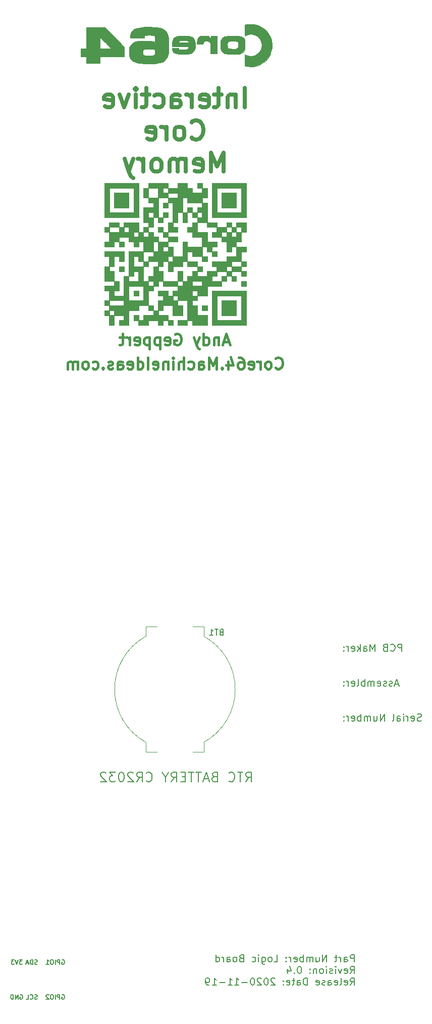
<source format=gbr>
G04 #@! TF.GenerationSoftware,KiCad,Pcbnew,(5.1.2-1)-1*
G04 #@! TF.CreationDate,2020-11-19T22:06:58-06:00*
G04 #@! TF.ProjectId,Core64 LB v0.4,436f7265-3634-4204-9c42-2076302e342e,0.3*
G04 #@! TF.SameCoordinates,Original*
G04 #@! TF.FileFunction,Legend,Bot*
G04 #@! TF.FilePolarity,Positive*
%FSLAX46Y46*%
G04 Gerber Fmt 4.6, Leading zero omitted, Abs format (unit mm)*
G04 Created by KiCad (PCBNEW (5.1.2-1)-1) date 2020-11-19 22:06:58*
%MOMM*%
%LPD*%
G04 APERTURE LIST*
%ADD10C,0.150000*%
%ADD11C,0.381000*%
%ADD12C,0.635000*%
%ADD13C,0.010000*%
%ADD14C,0.120000*%
G04 APERTURE END LIST*
D10*
X30096785Y-120132857D02*
X30096785Y-118932857D01*
X29639642Y-118932857D01*
X29525357Y-118990000D01*
X29468214Y-119047142D01*
X29411071Y-119161428D01*
X29411071Y-119332857D01*
X29468214Y-119447142D01*
X29525357Y-119504285D01*
X29639642Y-119561428D01*
X30096785Y-119561428D01*
X28382500Y-120132857D02*
X28382500Y-119504285D01*
X28439642Y-119390000D01*
X28553928Y-119332857D01*
X28782500Y-119332857D01*
X28896785Y-119390000D01*
X28382500Y-120075714D02*
X28496785Y-120132857D01*
X28782500Y-120132857D01*
X28896785Y-120075714D01*
X28953928Y-119961428D01*
X28953928Y-119847142D01*
X28896785Y-119732857D01*
X28782500Y-119675714D01*
X28496785Y-119675714D01*
X28382500Y-119618571D01*
X27811071Y-120132857D02*
X27811071Y-119332857D01*
X27811071Y-119561428D02*
X27753928Y-119447142D01*
X27696785Y-119390000D01*
X27582500Y-119332857D01*
X27468214Y-119332857D01*
X27239642Y-119332857D02*
X26782500Y-119332857D01*
X27068214Y-118932857D02*
X27068214Y-119961428D01*
X27011071Y-120075714D01*
X26896785Y-120132857D01*
X26782500Y-120132857D01*
X25468214Y-120132857D02*
X25468214Y-118932857D01*
X24782500Y-120132857D01*
X24782500Y-118932857D01*
X23696785Y-119332857D02*
X23696785Y-120132857D01*
X24211071Y-119332857D02*
X24211071Y-119961428D01*
X24153928Y-120075714D01*
X24039642Y-120132857D01*
X23868214Y-120132857D01*
X23753928Y-120075714D01*
X23696785Y-120018571D01*
X23125357Y-120132857D02*
X23125357Y-119332857D01*
X23125357Y-119447142D02*
X23068214Y-119390000D01*
X22953928Y-119332857D01*
X22782499Y-119332857D01*
X22668214Y-119390000D01*
X22611071Y-119504285D01*
X22611071Y-120132857D01*
X22611071Y-119504285D02*
X22553928Y-119390000D01*
X22439642Y-119332857D01*
X22268214Y-119332857D01*
X22153928Y-119390000D01*
X22096785Y-119504285D01*
X22096785Y-120132857D01*
X21525357Y-120132857D02*
X21525357Y-118932857D01*
X21525357Y-119390000D02*
X21411071Y-119332857D01*
X21182499Y-119332857D01*
X21068214Y-119390000D01*
X21011071Y-119447142D01*
X20953928Y-119561428D01*
X20953928Y-119904285D01*
X21011071Y-120018571D01*
X21068214Y-120075714D01*
X21182499Y-120132857D01*
X21411071Y-120132857D01*
X21525357Y-120075714D01*
X19982499Y-120075714D02*
X20096785Y-120132857D01*
X20325357Y-120132857D01*
X20439642Y-120075714D01*
X20496785Y-119961428D01*
X20496785Y-119504285D01*
X20439642Y-119390000D01*
X20325357Y-119332857D01*
X20096785Y-119332857D01*
X19982499Y-119390000D01*
X19925357Y-119504285D01*
X19925357Y-119618571D01*
X20496785Y-119732857D01*
X19411071Y-120132857D02*
X19411071Y-119332857D01*
X19411071Y-119561428D02*
X19353928Y-119447142D01*
X19296785Y-119390000D01*
X19182499Y-119332857D01*
X19068214Y-119332857D01*
X18668214Y-120018571D02*
X18611071Y-120075714D01*
X18668214Y-120132857D01*
X18725357Y-120075714D01*
X18668214Y-120018571D01*
X18668214Y-120132857D01*
X18668214Y-119390000D02*
X18611071Y-119447142D01*
X18668214Y-119504285D01*
X18725357Y-119447142D01*
X18668214Y-119390000D01*
X18668214Y-119504285D01*
X16611071Y-120132857D02*
X17182499Y-120132857D01*
X17182499Y-118932857D01*
X16039642Y-120132857D02*
X16153928Y-120075714D01*
X16211071Y-120018571D01*
X16268214Y-119904285D01*
X16268214Y-119561428D01*
X16211071Y-119447142D01*
X16153928Y-119390000D01*
X16039642Y-119332857D01*
X15868214Y-119332857D01*
X15753928Y-119390000D01*
X15696785Y-119447142D01*
X15639642Y-119561428D01*
X15639642Y-119904285D01*
X15696785Y-120018571D01*
X15753928Y-120075714D01*
X15868214Y-120132857D01*
X16039642Y-120132857D01*
X14611071Y-119332857D02*
X14611071Y-120304285D01*
X14668214Y-120418571D01*
X14725357Y-120475714D01*
X14839642Y-120532857D01*
X15011071Y-120532857D01*
X15125357Y-120475714D01*
X14611071Y-120075714D02*
X14725357Y-120132857D01*
X14953928Y-120132857D01*
X15068214Y-120075714D01*
X15125357Y-120018571D01*
X15182499Y-119904285D01*
X15182499Y-119561428D01*
X15125357Y-119447142D01*
X15068214Y-119390000D01*
X14953928Y-119332857D01*
X14725357Y-119332857D01*
X14611071Y-119390000D01*
X14039642Y-120132857D02*
X14039642Y-119332857D01*
X14039642Y-118932857D02*
X14096785Y-118990000D01*
X14039642Y-119047142D01*
X13982499Y-118990000D01*
X14039642Y-118932857D01*
X14039642Y-119047142D01*
X12953928Y-120075714D02*
X13068214Y-120132857D01*
X13296785Y-120132857D01*
X13411071Y-120075714D01*
X13468214Y-120018571D01*
X13525357Y-119904285D01*
X13525357Y-119561428D01*
X13468214Y-119447142D01*
X13411071Y-119390000D01*
X13296785Y-119332857D01*
X13068214Y-119332857D01*
X12953928Y-119390000D01*
X11125357Y-119504285D02*
X10953928Y-119561428D01*
X10896785Y-119618571D01*
X10839642Y-119732857D01*
X10839642Y-119904285D01*
X10896785Y-120018571D01*
X10953928Y-120075714D01*
X11068214Y-120132857D01*
X11525357Y-120132857D01*
X11525357Y-118932857D01*
X11125357Y-118932857D01*
X11011071Y-118990000D01*
X10953928Y-119047142D01*
X10896785Y-119161428D01*
X10896785Y-119275714D01*
X10953928Y-119390000D01*
X11011071Y-119447142D01*
X11125357Y-119504285D01*
X11525357Y-119504285D01*
X10153928Y-120132857D02*
X10268214Y-120075714D01*
X10325357Y-120018571D01*
X10382500Y-119904285D01*
X10382500Y-119561428D01*
X10325357Y-119447142D01*
X10268214Y-119390000D01*
X10153928Y-119332857D01*
X9982500Y-119332857D01*
X9868214Y-119390000D01*
X9811071Y-119447142D01*
X9753928Y-119561428D01*
X9753928Y-119904285D01*
X9811071Y-120018571D01*
X9868214Y-120075714D01*
X9982500Y-120132857D01*
X10153928Y-120132857D01*
X8725357Y-120132857D02*
X8725357Y-119504285D01*
X8782500Y-119390000D01*
X8896785Y-119332857D01*
X9125357Y-119332857D01*
X9239642Y-119390000D01*
X8725357Y-120075714D02*
X8839642Y-120132857D01*
X9125357Y-120132857D01*
X9239642Y-120075714D01*
X9296785Y-119961428D01*
X9296785Y-119847142D01*
X9239642Y-119732857D01*
X9125357Y-119675714D01*
X8839642Y-119675714D01*
X8725357Y-119618571D01*
X8153928Y-120132857D02*
X8153928Y-119332857D01*
X8153928Y-119561428D02*
X8096785Y-119447142D01*
X8039642Y-119390000D01*
X7925357Y-119332857D01*
X7811071Y-119332857D01*
X6896785Y-120132857D02*
X6896785Y-118932857D01*
X6896785Y-120075714D02*
X7011071Y-120132857D01*
X7239642Y-120132857D01*
X7353928Y-120075714D01*
X7411071Y-120018571D01*
X7468214Y-119904285D01*
X7468214Y-119561428D01*
X7411071Y-119447142D01*
X7353928Y-119390000D01*
X7239642Y-119332857D01*
X7011071Y-119332857D01*
X6896785Y-119390000D01*
X29411071Y-122082857D02*
X29811071Y-121511428D01*
X30096785Y-122082857D02*
X30096785Y-120882857D01*
X29639642Y-120882857D01*
X29525357Y-120940000D01*
X29468214Y-120997142D01*
X29411071Y-121111428D01*
X29411071Y-121282857D01*
X29468214Y-121397142D01*
X29525357Y-121454285D01*
X29639642Y-121511428D01*
X30096785Y-121511428D01*
X28439642Y-122025714D02*
X28553928Y-122082857D01*
X28782500Y-122082857D01*
X28896785Y-122025714D01*
X28953928Y-121911428D01*
X28953928Y-121454285D01*
X28896785Y-121340000D01*
X28782500Y-121282857D01*
X28553928Y-121282857D01*
X28439642Y-121340000D01*
X28382500Y-121454285D01*
X28382500Y-121568571D01*
X28953928Y-121682857D01*
X27982500Y-121282857D02*
X27696785Y-122082857D01*
X27411071Y-121282857D01*
X26953928Y-122082857D02*
X26953928Y-121282857D01*
X26953928Y-120882857D02*
X27011071Y-120940000D01*
X26953928Y-120997142D01*
X26896785Y-120940000D01*
X26953928Y-120882857D01*
X26953928Y-120997142D01*
X26439642Y-122025714D02*
X26325357Y-122082857D01*
X26096785Y-122082857D01*
X25982500Y-122025714D01*
X25925357Y-121911428D01*
X25925357Y-121854285D01*
X25982500Y-121740000D01*
X26096785Y-121682857D01*
X26268214Y-121682857D01*
X26382500Y-121625714D01*
X26439642Y-121511428D01*
X26439642Y-121454285D01*
X26382500Y-121340000D01*
X26268214Y-121282857D01*
X26096785Y-121282857D01*
X25982500Y-121340000D01*
X25411071Y-122082857D02*
X25411071Y-121282857D01*
X25411071Y-120882857D02*
X25468214Y-120940000D01*
X25411071Y-120997142D01*
X25353928Y-120940000D01*
X25411071Y-120882857D01*
X25411071Y-120997142D01*
X24668214Y-122082857D02*
X24782500Y-122025714D01*
X24839642Y-121968571D01*
X24896785Y-121854285D01*
X24896785Y-121511428D01*
X24839642Y-121397142D01*
X24782500Y-121340000D01*
X24668214Y-121282857D01*
X24496785Y-121282857D01*
X24382500Y-121340000D01*
X24325357Y-121397142D01*
X24268214Y-121511428D01*
X24268214Y-121854285D01*
X24325357Y-121968571D01*
X24382500Y-122025714D01*
X24496785Y-122082857D01*
X24668214Y-122082857D01*
X23753928Y-121282857D02*
X23753928Y-122082857D01*
X23753928Y-121397142D02*
X23696785Y-121340000D01*
X23582500Y-121282857D01*
X23411071Y-121282857D01*
X23296785Y-121340000D01*
X23239642Y-121454285D01*
X23239642Y-122082857D01*
X22668214Y-121968571D02*
X22611071Y-122025714D01*
X22668214Y-122082857D01*
X22725357Y-122025714D01*
X22668214Y-121968571D01*
X22668214Y-122082857D01*
X22668214Y-121340000D02*
X22611071Y-121397142D01*
X22668214Y-121454285D01*
X22725357Y-121397142D01*
X22668214Y-121340000D01*
X22668214Y-121454285D01*
X20953928Y-120882857D02*
X20839642Y-120882857D01*
X20725357Y-120940000D01*
X20668214Y-120997142D01*
X20611071Y-121111428D01*
X20553928Y-121340000D01*
X20553928Y-121625714D01*
X20611071Y-121854285D01*
X20668214Y-121968571D01*
X20725357Y-122025714D01*
X20839642Y-122082857D01*
X20953928Y-122082857D01*
X21068214Y-122025714D01*
X21125357Y-121968571D01*
X21182500Y-121854285D01*
X21239642Y-121625714D01*
X21239642Y-121340000D01*
X21182500Y-121111428D01*
X21125357Y-120997142D01*
X21068214Y-120940000D01*
X20953928Y-120882857D01*
X20039642Y-121968571D02*
X19982500Y-122025714D01*
X20039642Y-122082857D01*
X20096785Y-122025714D01*
X20039642Y-121968571D01*
X20039642Y-122082857D01*
X18953928Y-121282857D02*
X18953928Y-122082857D01*
X19239642Y-120825714D02*
X19525357Y-121682857D01*
X18782500Y-121682857D01*
X29411071Y-124032857D02*
X29811071Y-123461428D01*
X30096785Y-124032857D02*
X30096785Y-122832857D01*
X29639642Y-122832857D01*
X29525357Y-122890000D01*
X29468214Y-122947142D01*
X29411071Y-123061428D01*
X29411071Y-123232857D01*
X29468214Y-123347142D01*
X29525357Y-123404285D01*
X29639642Y-123461428D01*
X30096785Y-123461428D01*
X28439642Y-123975714D02*
X28553928Y-124032857D01*
X28782500Y-124032857D01*
X28896785Y-123975714D01*
X28953928Y-123861428D01*
X28953928Y-123404285D01*
X28896785Y-123290000D01*
X28782500Y-123232857D01*
X28553928Y-123232857D01*
X28439642Y-123290000D01*
X28382500Y-123404285D01*
X28382500Y-123518571D01*
X28953928Y-123632857D01*
X27696785Y-124032857D02*
X27811071Y-123975714D01*
X27868214Y-123861428D01*
X27868214Y-122832857D01*
X26782500Y-123975714D02*
X26896785Y-124032857D01*
X27125357Y-124032857D01*
X27239642Y-123975714D01*
X27296785Y-123861428D01*
X27296785Y-123404285D01*
X27239642Y-123290000D01*
X27125357Y-123232857D01*
X26896785Y-123232857D01*
X26782500Y-123290000D01*
X26725357Y-123404285D01*
X26725357Y-123518571D01*
X27296785Y-123632857D01*
X25696785Y-124032857D02*
X25696785Y-123404285D01*
X25753928Y-123290000D01*
X25868214Y-123232857D01*
X26096785Y-123232857D01*
X26211071Y-123290000D01*
X25696785Y-123975714D02*
X25811071Y-124032857D01*
X26096785Y-124032857D01*
X26211071Y-123975714D01*
X26268214Y-123861428D01*
X26268214Y-123747142D01*
X26211071Y-123632857D01*
X26096785Y-123575714D01*
X25811071Y-123575714D01*
X25696785Y-123518571D01*
X25182499Y-123975714D02*
X25068214Y-124032857D01*
X24839642Y-124032857D01*
X24725357Y-123975714D01*
X24668214Y-123861428D01*
X24668214Y-123804285D01*
X24725357Y-123690000D01*
X24839642Y-123632857D01*
X25011071Y-123632857D01*
X25125357Y-123575714D01*
X25182499Y-123461428D01*
X25182499Y-123404285D01*
X25125357Y-123290000D01*
X25011071Y-123232857D01*
X24839642Y-123232857D01*
X24725357Y-123290000D01*
X23696785Y-123975714D02*
X23811071Y-124032857D01*
X24039642Y-124032857D01*
X24153928Y-123975714D01*
X24211071Y-123861428D01*
X24211071Y-123404285D01*
X24153928Y-123290000D01*
X24039642Y-123232857D01*
X23811071Y-123232857D01*
X23696785Y-123290000D01*
X23639642Y-123404285D01*
X23639642Y-123518571D01*
X24211071Y-123632857D01*
X22211071Y-124032857D02*
X22211071Y-122832857D01*
X21925357Y-122832857D01*
X21753928Y-122890000D01*
X21639642Y-123004285D01*
X21582500Y-123118571D01*
X21525357Y-123347142D01*
X21525357Y-123518571D01*
X21582500Y-123747142D01*
X21639642Y-123861428D01*
X21753928Y-123975714D01*
X21925357Y-124032857D01*
X22211071Y-124032857D01*
X20496785Y-124032857D02*
X20496785Y-123404285D01*
X20553928Y-123290000D01*
X20668214Y-123232857D01*
X20896785Y-123232857D01*
X21011071Y-123290000D01*
X20496785Y-123975714D02*
X20611071Y-124032857D01*
X20896785Y-124032857D01*
X21011071Y-123975714D01*
X21068214Y-123861428D01*
X21068214Y-123747142D01*
X21011071Y-123632857D01*
X20896785Y-123575714D01*
X20611071Y-123575714D01*
X20496785Y-123518571D01*
X20096785Y-123232857D02*
X19639642Y-123232857D01*
X19925357Y-122832857D02*
X19925357Y-123861428D01*
X19868214Y-123975714D01*
X19753928Y-124032857D01*
X19639642Y-124032857D01*
X18782500Y-123975714D02*
X18896785Y-124032857D01*
X19125357Y-124032857D01*
X19239642Y-123975714D01*
X19296785Y-123861428D01*
X19296785Y-123404285D01*
X19239642Y-123290000D01*
X19125357Y-123232857D01*
X18896785Y-123232857D01*
X18782500Y-123290000D01*
X18725357Y-123404285D01*
X18725357Y-123518571D01*
X19296785Y-123632857D01*
X18211071Y-123918571D02*
X18153928Y-123975714D01*
X18211071Y-124032857D01*
X18268214Y-123975714D01*
X18211071Y-123918571D01*
X18211071Y-124032857D01*
X18211071Y-123290000D02*
X18153928Y-123347142D01*
X18211071Y-123404285D01*
X18268214Y-123347142D01*
X18211071Y-123290000D01*
X18211071Y-123404285D01*
X16782500Y-122947142D02*
X16725357Y-122890000D01*
X16611071Y-122832857D01*
X16325357Y-122832857D01*
X16211071Y-122890000D01*
X16153928Y-122947142D01*
X16096785Y-123061428D01*
X16096785Y-123175714D01*
X16153928Y-123347142D01*
X16839642Y-124032857D01*
X16096785Y-124032857D01*
X15353928Y-122832857D02*
X15239642Y-122832857D01*
X15125357Y-122890000D01*
X15068214Y-122947142D01*
X15011071Y-123061428D01*
X14953928Y-123290000D01*
X14953928Y-123575714D01*
X15011071Y-123804285D01*
X15068214Y-123918571D01*
X15125357Y-123975714D01*
X15239642Y-124032857D01*
X15353928Y-124032857D01*
X15468214Y-123975714D01*
X15525357Y-123918571D01*
X15582499Y-123804285D01*
X15639642Y-123575714D01*
X15639642Y-123290000D01*
X15582499Y-123061428D01*
X15525357Y-122947142D01*
X15468214Y-122890000D01*
X15353928Y-122832857D01*
X14496785Y-122947142D02*
X14439642Y-122890000D01*
X14325357Y-122832857D01*
X14039642Y-122832857D01*
X13925357Y-122890000D01*
X13868214Y-122947142D01*
X13811071Y-123061428D01*
X13811071Y-123175714D01*
X13868214Y-123347142D01*
X14553928Y-124032857D01*
X13811071Y-124032857D01*
X13068214Y-122832857D02*
X12953928Y-122832857D01*
X12839642Y-122890000D01*
X12782500Y-122947142D01*
X12725357Y-123061428D01*
X12668214Y-123290000D01*
X12668214Y-123575714D01*
X12725357Y-123804285D01*
X12782500Y-123918571D01*
X12839642Y-123975714D01*
X12953928Y-124032857D01*
X13068214Y-124032857D01*
X13182500Y-123975714D01*
X13239642Y-123918571D01*
X13296785Y-123804285D01*
X13353928Y-123575714D01*
X13353928Y-123290000D01*
X13296785Y-123061428D01*
X13239642Y-122947142D01*
X13182500Y-122890000D01*
X13068214Y-122832857D01*
X12153928Y-123575714D02*
X11239642Y-123575714D01*
X10039642Y-124032857D02*
X10725357Y-124032857D01*
X10382500Y-124032857D02*
X10382500Y-122832857D01*
X10496785Y-123004285D01*
X10611071Y-123118571D01*
X10725357Y-123175714D01*
X8896785Y-124032857D02*
X9582500Y-124032857D01*
X9239642Y-124032857D02*
X9239642Y-122832857D01*
X9353928Y-123004285D01*
X9468214Y-123118571D01*
X9582500Y-123175714D01*
X8382500Y-123575714D02*
X7468214Y-123575714D01*
X6268214Y-124032857D02*
X6953928Y-124032857D01*
X6611071Y-124032857D02*
X6611071Y-122832857D01*
X6725357Y-123004285D01*
X6839642Y-123118571D01*
X6953928Y-123175714D01*
X5696785Y-124032857D02*
X5468214Y-124032857D01*
X5353928Y-123975714D01*
X5296785Y-123918571D01*
X5182500Y-123747142D01*
X5125357Y-123518571D01*
X5125357Y-123061428D01*
X5182500Y-122947142D01*
X5239642Y-122890000D01*
X5353928Y-122832857D01*
X5582500Y-122832857D01*
X5696785Y-122890000D01*
X5753928Y-122947142D01*
X5811071Y-123061428D01*
X5811071Y-123347142D01*
X5753928Y-123461428D01*
X5696785Y-123518571D01*
X5582500Y-123575714D01*
X5353928Y-123575714D01*
X5239642Y-123518571D01*
X5182500Y-123461428D01*
X5125357Y-123347142D01*
X38067500Y-68122857D02*
X38067500Y-66922857D01*
X37610357Y-66922857D01*
X37496071Y-66980000D01*
X37438928Y-67037142D01*
X37381785Y-67151428D01*
X37381785Y-67322857D01*
X37438928Y-67437142D01*
X37496071Y-67494285D01*
X37610357Y-67551428D01*
X38067500Y-67551428D01*
X36181785Y-68008571D02*
X36238928Y-68065714D01*
X36410357Y-68122857D01*
X36524642Y-68122857D01*
X36696071Y-68065714D01*
X36810357Y-67951428D01*
X36867500Y-67837142D01*
X36924642Y-67608571D01*
X36924642Y-67437142D01*
X36867500Y-67208571D01*
X36810357Y-67094285D01*
X36696071Y-66980000D01*
X36524642Y-66922857D01*
X36410357Y-66922857D01*
X36238928Y-66980000D01*
X36181785Y-67037142D01*
X35267500Y-67494285D02*
X35096071Y-67551428D01*
X35038928Y-67608571D01*
X34981785Y-67722857D01*
X34981785Y-67894285D01*
X35038928Y-68008571D01*
X35096071Y-68065714D01*
X35210357Y-68122857D01*
X35667500Y-68122857D01*
X35667500Y-66922857D01*
X35267500Y-66922857D01*
X35153214Y-66980000D01*
X35096071Y-67037142D01*
X35038928Y-67151428D01*
X35038928Y-67265714D01*
X35096071Y-67380000D01*
X35153214Y-67437142D01*
X35267500Y-67494285D01*
X35667500Y-67494285D01*
X33553214Y-68122857D02*
X33553214Y-66922857D01*
X33153214Y-67780000D01*
X32753214Y-66922857D01*
X32753214Y-68122857D01*
X31667500Y-68122857D02*
X31667500Y-67494285D01*
X31724642Y-67380000D01*
X31838928Y-67322857D01*
X32067500Y-67322857D01*
X32181785Y-67380000D01*
X31667500Y-68065714D02*
X31781785Y-68122857D01*
X32067500Y-68122857D01*
X32181785Y-68065714D01*
X32238928Y-67951428D01*
X32238928Y-67837142D01*
X32181785Y-67722857D01*
X32067500Y-67665714D01*
X31781785Y-67665714D01*
X31667500Y-67608571D01*
X31096071Y-68122857D02*
X31096071Y-66922857D01*
X30981785Y-67665714D02*
X30638928Y-68122857D01*
X30638928Y-67322857D02*
X31096071Y-67780000D01*
X29667500Y-68065714D02*
X29781785Y-68122857D01*
X30010357Y-68122857D01*
X30124642Y-68065714D01*
X30181785Y-67951428D01*
X30181785Y-67494285D01*
X30124642Y-67380000D01*
X30010357Y-67322857D01*
X29781785Y-67322857D01*
X29667500Y-67380000D01*
X29610357Y-67494285D01*
X29610357Y-67608571D01*
X30181785Y-67722857D01*
X29096071Y-68122857D02*
X29096071Y-67322857D01*
X29096071Y-67551428D02*
X29038928Y-67437142D01*
X28981785Y-67380000D01*
X28867500Y-67322857D01*
X28753214Y-67322857D01*
X28353214Y-68008571D02*
X28296071Y-68065714D01*
X28353214Y-68122857D01*
X28410357Y-68065714D01*
X28353214Y-68008571D01*
X28353214Y-68122857D01*
X28353214Y-67380000D02*
X28296071Y-67437142D01*
X28353214Y-67494285D01*
X28410357Y-67437142D01*
X28353214Y-67380000D01*
X28353214Y-67494285D01*
X37496071Y-73630000D02*
X36924642Y-73630000D01*
X37610357Y-73972857D02*
X37210357Y-72772857D01*
X36810357Y-73972857D01*
X36467500Y-73915714D02*
X36353214Y-73972857D01*
X36124642Y-73972857D01*
X36010357Y-73915714D01*
X35953214Y-73801428D01*
X35953214Y-73744285D01*
X36010357Y-73630000D01*
X36124642Y-73572857D01*
X36296071Y-73572857D01*
X36410357Y-73515714D01*
X36467500Y-73401428D01*
X36467500Y-73344285D01*
X36410357Y-73230000D01*
X36296071Y-73172857D01*
X36124642Y-73172857D01*
X36010357Y-73230000D01*
X35496071Y-73915714D02*
X35381785Y-73972857D01*
X35153214Y-73972857D01*
X35038928Y-73915714D01*
X34981785Y-73801428D01*
X34981785Y-73744285D01*
X35038928Y-73630000D01*
X35153214Y-73572857D01*
X35324642Y-73572857D01*
X35438928Y-73515714D01*
X35496071Y-73401428D01*
X35496071Y-73344285D01*
X35438928Y-73230000D01*
X35324642Y-73172857D01*
X35153214Y-73172857D01*
X35038928Y-73230000D01*
X34010357Y-73915714D02*
X34124642Y-73972857D01*
X34353214Y-73972857D01*
X34467500Y-73915714D01*
X34524642Y-73801428D01*
X34524642Y-73344285D01*
X34467500Y-73230000D01*
X34353214Y-73172857D01*
X34124642Y-73172857D01*
X34010357Y-73230000D01*
X33953214Y-73344285D01*
X33953214Y-73458571D01*
X34524642Y-73572857D01*
X33438928Y-73972857D02*
X33438928Y-73172857D01*
X33438928Y-73287142D02*
X33381785Y-73230000D01*
X33267500Y-73172857D01*
X33096071Y-73172857D01*
X32981785Y-73230000D01*
X32924642Y-73344285D01*
X32924642Y-73972857D01*
X32924642Y-73344285D02*
X32867500Y-73230000D01*
X32753214Y-73172857D01*
X32581785Y-73172857D01*
X32467500Y-73230000D01*
X32410357Y-73344285D01*
X32410357Y-73972857D01*
X31838928Y-73972857D02*
X31838928Y-72772857D01*
X31838928Y-73230000D02*
X31724642Y-73172857D01*
X31496071Y-73172857D01*
X31381785Y-73230000D01*
X31324642Y-73287142D01*
X31267500Y-73401428D01*
X31267500Y-73744285D01*
X31324642Y-73858571D01*
X31381785Y-73915714D01*
X31496071Y-73972857D01*
X31724642Y-73972857D01*
X31838928Y-73915714D01*
X30581785Y-73972857D02*
X30696071Y-73915714D01*
X30753214Y-73801428D01*
X30753214Y-72772857D01*
X29667500Y-73915714D02*
X29781785Y-73972857D01*
X30010357Y-73972857D01*
X30124642Y-73915714D01*
X30181785Y-73801428D01*
X30181785Y-73344285D01*
X30124642Y-73230000D01*
X30010357Y-73172857D01*
X29781785Y-73172857D01*
X29667500Y-73230000D01*
X29610357Y-73344285D01*
X29610357Y-73458571D01*
X30181785Y-73572857D01*
X29096071Y-73972857D02*
X29096071Y-73172857D01*
X29096071Y-73401428D02*
X29038928Y-73287142D01*
X28981785Y-73230000D01*
X28867500Y-73172857D01*
X28753214Y-73172857D01*
X28353214Y-73858571D02*
X28296071Y-73915714D01*
X28353214Y-73972857D01*
X28410357Y-73915714D01*
X28353214Y-73858571D01*
X28353214Y-73972857D01*
X28353214Y-73230000D02*
X28296071Y-73287142D01*
X28353214Y-73344285D01*
X28410357Y-73287142D01*
X28353214Y-73230000D01*
X28353214Y-73344285D01*
X41324642Y-79765714D02*
X41153214Y-79822857D01*
X40867500Y-79822857D01*
X40753214Y-79765714D01*
X40696071Y-79708571D01*
X40638928Y-79594285D01*
X40638928Y-79480000D01*
X40696071Y-79365714D01*
X40753214Y-79308571D01*
X40867500Y-79251428D01*
X41096071Y-79194285D01*
X41210357Y-79137142D01*
X41267500Y-79080000D01*
X41324642Y-78965714D01*
X41324642Y-78851428D01*
X41267500Y-78737142D01*
X41210357Y-78680000D01*
X41096071Y-78622857D01*
X40810357Y-78622857D01*
X40638928Y-78680000D01*
X39667500Y-79765714D02*
X39781785Y-79822857D01*
X40010357Y-79822857D01*
X40124642Y-79765714D01*
X40181785Y-79651428D01*
X40181785Y-79194285D01*
X40124642Y-79080000D01*
X40010357Y-79022857D01*
X39781785Y-79022857D01*
X39667500Y-79080000D01*
X39610357Y-79194285D01*
X39610357Y-79308571D01*
X40181785Y-79422857D01*
X39096071Y-79822857D02*
X39096071Y-79022857D01*
X39096071Y-79251428D02*
X39038928Y-79137142D01*
X38981785Y-79080000D01*
X38867500Y-79022857D01*
X38753214Y-79022857D01*
X38353214Y-79822857D02*
X38353214Y-79022857D01*
X38353214Y-78622857D02*
X38410357Y-78680000D01*
X38353214Y-78737142D01*
X38296071Y-78680000D01*
X38353214Y-78622857D01*
X38353214Y-78737142D01*
X37267500Y-79822857D02*
X37267500Y-79194285D01*
X37324642Y-79080000D01*
X37438928Y-79022857D01*
X37667500Y-79022857D01*
X37781785Y-79080000D01*
X37267500Y-79765714D02*
X37381785Y-79822857D01*
X37667500Y-79822857D01*
X37781785Y-79765714D01*
X37838928Y-79651428D01*
X37838928Y-79537142D01*
X37781785Y-79422857D01*
X37667500Y-79365714D01*
X37381785Y-79365714D01*
X37267500Y-79308571D01*
X36524642Y-79822857D02*
X36638928Y-79765714D01*
X36696071Y-79651428D01*
X36696071Y-78622857D01*
X35153214Y-79822857D02*
X35153214Y-78622857D01*
X34467500Y-79822857D01*
X34467500Y-78622857D01*
X33381785Y-79022857D02*
X33381785Y-79822857D01*
X33896071Y-79022857D02*
X33896071Y-79651428D01*
X33838928Y-79765714D01*
X33724642Y-79822857D01*
X33553214Y-79822857D01*
X33438928Y-79765714D01*
X33381785Y-79708571D01*
X32810357Y-79822857D02*
X32810357Y-79022857D01*
X32810357Y-79137142D02*
X32753214Y-79080000D01*
X32638928Y-79022857D01*
X32467500Y-79022857D01*
X32353214Y-79080000D01*
X32296071Y-79194285D01*
X32296071Y-79822857D01*
X32296071Y-79194285D02*
X32238928Y-79080000D01*
X32124642Y-79022857D01*
X31953214Y-79022857D01*
X31838928Y-79080000D01*
X31781785Y-79194285D01*
X31781785Y-79822857D01*
X31210357Y-79822857D02*
X31210357Y-78622857D01*
X31210357Y-79080000D02*
X31096071Y-79022857D01*
X30867500Y-79022857D01*
X30753214Y-79080000D01*
X30696071Y-79137142D01*
X30638928Y-79251428D01*
X30638928Y-79594285D01*
X30696071Y-79708571D01*
X30753214Y-79765714D01*
X30867500Y-79822857D01*
X31096071Y-79822857D01*
X31210357Y-79765714D01*
X29667500Y-79765714D02*
X29781785Y-79822857D01*
X30010357Y-79822857D01*
X30124642Y-79765714D01*
X30181785Y-79651428D01*
X30181785Y-79194285D01*
X30124642Y-79080000D01*
X30010357Y-79022857D01*
X29781785Y-79022857D01*
X29667500Y-79080000D01*
X29610357Y-79194285D01*
X29610357Y-79308571D01*
X30181785Y-79422857D01*
X29096071Y-79822857D02*
X29096071Y-79022857D01*
X29096071Y-79251428D02*
X29038928Y-79137142D01*
X28981785Y-79080000D01*
X28867500Y-79022857D01*
X28753214Y-79022857D01*
X28353214Y-79708571D02*
X28296071Y-79765714D01*
X28353214Y-79822857D01*
X28410357Y-79765714D01*
X28353214Y-79708571D01*
X28353214Y-79822857D01*
X28353214Y-79080000D02*
X28296071Y-79137142D01*
X28353214Y-79194285D01*
X28410357Y-79137142D01*
X28353214Y-79080000D01*
X28353214Y-79194285D01*
X11875238Y-89973809D02*
X12408571Y-89211904D01*
X12789523Y-89973809D02*
X12789523Y-88373809D01*
X12180000Y-88373809D01*
X12027619Y-88450000D01*
X11951428Y-88526190D01*
X11875238Y-88678571D01*
X11875238Y-88907142D01*
X11951428Y-89059523D01*
X12027619Y-89135714D01*
X12180000Y-89211904D01*
X12789523Y-89211904D01*
X11418095Y-88373809D02*
X10503809Y-88373809D01*
X10960952Y-89973809D02*
X10960952Y-88373809D01*
X9056190Y-89821428D02*
X9132380Y-89897619D01*
X9360952Y-89973809D01*
X9513333Y-89973809D01*
X9741904Y-89897619D01*
X9894285Y-89745238D01*
X9970476Y-89592857D01*
X10046666Y-89288095D01*
X10046666Y-89059523D01*
X9970476Y-88754761D01*
X9894285Y-88602380D01*
X9741904Y-88450000D01*
X9513333Y-88373809D01*
X9360952Y-88373809D01*
X9132380Y-88450000D01*
X9056190Y-88526190D01*
X6618095Y-89135714D02*
X6389523Y-89211904D01*
X6313333Y-89288095D01*
X6237142Y-89440476D01*
X6237142Y-89669047D01*
X6313333Y-89821428D01*
X6389523Y-89897619D01*
X6541904Y-89973809D01*
X7151428Y-89973809D01*
X7151428Y-88373809D01*
X6618095Y-88373809D01*
X6465714Y-88450000D01*
X6389523Y-88526190D01*
X6313333Y-88678571D01*
X6313333Y-88830952D01*
X6389523Y-88983333D01*
X6465714Y-89059523D01*
X6618095Y-89135714D01*
X7151428Y-89135714D01*
X5627619Y-89516666D02*
X4865714Y-89516666D01*
X5780000Y-89973809D02*
X5246666Y-88373809D01*
X4713333Y-89973809D01*
X4408571Y-88373809D02*
X3494285Y-88373809D01*
X3951428Y-89973809D02*
X3951428Y-88373809D01*
X3189523Y-88373809D02*
X2275238Y-88373809D01*
X2732380Y-89973809D02*
X2732380Y-88373809D01*
X1741904Y-89135714D02*
X1208571Y-89135714D01*
X980000Y-89973809D02*
X1741904Y-89973809D01*
X1741904Y-88373809D01*
X980000Y-88373809D01*
X-620000Y-89973809D02*
X-86666Y-89211904D01*
X294285Y-89973809D02*
X294285Y-88373809D01*
X-315238Y-88373809D01*
X-467619Y-88450000D01*
X-543809Y-88526190D01*
X-620000Y-88678571D01*
X-620000Y-88907142D01*
X-543809Y-89059523D01*
X-467619Y-89135714D01*
X-315238Y-89211904D01*
X294285Y-89211904D01*
X-1610476Y-89211904D02*
X-1610476Y-89973809D01*
X-1077142Y-88373809D02*
X-1610476Y-89211904D01*
X-2143809Y-88373809D01*
X-4810476Y-89821428D02*
X-4734285Y-89897619D01*
X-4505714Y-89973809D01*
X-4353333Y-89973809D01*
X-4124761Y-89897619D01*
X-3972380Y-89745238D01*
X-3896190Y-89592857D01*
X-3820000Y-89288095D01*
X-3820000Y-89059523D01*
X-3896190Y-88754761D01*
X-3972380Y-88602380D01*
X-4124761Y-88450000D01*
X-4353333Y-88373809D01*
X-4505714Y-88373809D01*
X-4734285Y-88450000D01*
X-4810476Y-88526190D01*
X-6410476Y-89973809D02*
X-5877142Y-89211904D01*
X-5496190Y-89973809D02*
X-5496190Y-88373809D01*
X-6105714Y-88373809D01*
X-6258095Y-88450000D01*
X-6334285Y-88526190D01*
X-6410476Y-88678571D01*
X-6410476Y-88907142D01*
X-6334285Y-89059523D01*
X-6258095Y-89135714D01*
X-6105714Y-89211904D01*
X-5496190Y-89211904D01*
X-7020000Y-88526190D02*
X-7096190Y-88450000D01*
X-7248571Y-88373809D01*
X-7629523Y-88373809D01*
X-7781904Y-88450000D01*
X-7858095Y-88526190D01*
X-7934285Y-88678571D01*
X-7934285Y-88830952D01*
X-7858095Y-89059523D01*
X-6943809Y-89973809D01*
X-7934285Y-89973809D01*
X-8924761Y-88373809D02*
X-9077142Y-88373809D01*
X-9229523Y-88450000D01*
X-9305714Y-88526190D01*
X-9381904Y-88678571D01*
X-9458095Y-88983333D01*
X-9458095Y-89364285D01*
X-9381904Y-89669047D01*
X-9305714Y-89821428D01*
X-9229523Y-89897619D01*
X-9077142Y-89973809D01*
X-8924761Y-89973809D01*
X-8772380Y-89897619D01*
X-8696190Y-89821428D01*
X-8620000Y-89669047D01*
X-8543809Y-89364285D01*
X-8543809Y-88983333D01*
X-8620000Y-88678571D01*
X-8696190Y-88526190D01*
X-8772380Y-88450000D01*
X-8924761Y-88373809D01*
X-9991428Y-88373809D02*
X-10981904Y-88373809D01*
X-10448571Y-88983333D01*
X-10677142Y-88983333D01*
X-10829523Y-89059523D01*
X-10905714Y-89135714D01*
X-10981904Y-89288095D01*
X-10981904Y-89669047D01*
X-10905714Y-89821428D01*
X-10829523Y-89897619D01*
X-10677142Y-89973809D01*
X-10220000Y-89973809D01*
X-10067619Y-89897619D01*
X-9991428Y-89821428D01*
X-11591428Y-88526190D02*
X-11667619Y-88450000D01*
X-11820000Y-88373809D01*
X-12200952Y-88373809D01*
X-12353333Y-88450000D01*
X-12429523Y-88526190D01*
X-12505714Y-88678571D01*
X-12505714Y-88830952D01*
X-12429523Y-89059523D01*
X-11515238Y-89973809D01*
X-12505714Y-89973809D01*
D11*
X16872857Y-20680357D02*
X16963571Y-20771071D01*
X17235714Y-20861785D01*
X17417142Y-20861785D01*
X17689285Y-20771071D01*
X17870714Y-20589642D01*
X17961428Y-20408214D01*
X18052142Y-20045357D01*
X18052142Y-19773214D01*
X17961428Y-19410357D01*
X17870714Y-19228928D01*
X17689285Y-19047500D01*
X17417142Y-18956785D01*
X17235714Y-18956785D01*
X16963571Y-19047500D01*
X16872857Y-19138214D01*
X15784285Y-20861785D02*
X15965714Y-20771071D01*
X16056428Y-20680357D01*
X16147142Y-20498928D01*
X16147142Y-19954642D01*
X16056428Y-19773214D01*
X15965714Y-19682500D01*
X15784285Y-19591785D01*
X15512142Y-19591785D01*
X15330714Y-19682500D01*
X15240000Y-19773214D01*
X15149285Y-19954642D01*
X15149285Y-20498928D01*
X15240000Y-20680357D01*
X15330714Y-20771071D01*
X15512142Y-20861785D01*
X15784285Y-20861785D01*
X14332857Y-20861785D02*
X14332857Y-19591785D01*
X14332857Y-19954642D02*
X14242142Y-19773214D01*
X14151428Y-19682500D01*
X13970000Y-19591785D01*
X13788571Y-19591785D01*
X12427857Y-20771071D02*
X12609285Y-20861785D01*
X12972142Y-20861785D01*
X13153571Y-20771071D01*
X13244285Y-20589642D01*
X13244285Y-19863928D01*
X13153571Y-19682500D01*
X12972142Y-19591785D01*
X12609285Y-19591785D01*
X12427857Y-19682500D01*
X12337142Y-19863928D01*
X12337142Y-20045357D01*
X13244285Y-20226785D01*
X10704285Y-18956785D02*
X11067142Y-18956785D01*
X11248571Y-19047500D01*
X11339285Y-19138214D01*
X11520714Y-19410357D01*
X11611428Y-19773214D01*
X11611428Y-20498928D01*
X11520714Y-20680357D01*
X11430000Y-20771071D01*
X11248571Y-20861785D01*
X10885714Y-20861785D01*
X10704285Y-20771071D01*
X10613571Y-20680357D01*
X10522857Y-20498928D01*
X10522857Y-20045357D01*
X10613571Y-19863928D01*
X10704285Y-19773214D01*
X10885714Y-19682500D01*
X11248571Y-19682500D01*
X11430000Y-19773214D01*
X11520714Y-19863928D01*
X11611428Y-20045357D01*
X8890000Y-19591785D02*
X8890000Y-20861785D01*
X9343571Y-18866071D02*
X9797142Y-20226785D01*
X8617857Y-20226785D01*
X7892142Y-20680357D02*
X7801428Y-20771071D01*
X7892142Y-20861785D01*
X7982857Y-20771071D01*
X7892142Y-20680357D01*
X7892142Y-20861785D01*
X6985000Y-20861785D02*
X6985000Y-18956785D01*
X6350000Y-20317500D01*
X5715000Y-18956785D01*
X5715000Y-20861785D01*
X3991428Y-20861785D02*
X3991428Y-19863928D01*
X4082142Y-19682500D01*
X4263571Y-19591785D01*
X4626428Y-19591785D01*
X4807857Y-19682500D01*
X3991428Y-20771071D02*
X4172857Y-20861785D01*
X4626428Y-20861785D01*
X4807857Y-20771071D01*
X4898571Y-20589642D01*
X4898571Y-20408214D01*
X4807857Y-20226785D01*
X4626428Y-20136071D01*
X4172857Y-20136071D01*
X3991428Y-20045357D01*
X2267857Y-20771071D02*
X2449285Y-20861785D01*
X2812142Y-20861785D01*
X2993571Y-20771071D01*
X3084285Y-20680357D01*
X3175000Y-20498928D01*
X3175000Y-19954642D01*
X3084285Y-19773214D01*
X2993571Y-19682500D01*
X2812142Y-19591785D01*
X2449285Y-19591785D01*
X2267857Y-19682500D01*
X1451428Y-20861785D02*
X1451428Y-18956785D01*
X635000Y-20861785D02*
X635000Y-19863928D01*
X725714Y-19682500D01*
X907142Y-19591785D01*
X1179285Y-19591785D01*
X1360714Y-19682500D01*
X1451428Y-19773214D01*
X-272142Y-20861785D02*
X-272142Y-19591785D01*
X-272142Y-18956785D02*
X-181428Y-19047500D01*
X-272142Y-19138214D01*
X-362857Y-19047500D01*
X-272142Y-18956785D01*
X-272142Y-19138214D01*
X-1179285Y-19591785D02*
X-1179285Y-20861785D01*
X-1179285Y-19773214D02*
X-1269999Y-19682500D01*
X-1451428Y-19591785D01*
X-1723571Y-19591785D01*
X-1904999Y-19682500D01*
X-1995714Y-19863928D01*
X-1995714Y-20861785D01*
X-3628571Y-20771071D02*
X-3447142Y-20861785D01*
X-3084285Y-20861785D01*
X-2902857Y-20771071D01*
X-2812142Y-20589642D01*
X-2812142Y-19863928D01*
X-2902857Y-19682500D01*
X-3084285Y-19591785D01*
X-3447142Y-19591785D01*
X-3628571Y-19682500D01*
X-3719285Y-19863928D01*
X-3719285Y-20045357D01*
X-2812142Y-20226785D01*
X-4535714Y-20861785D02*
X-4535714Y-18956785D01*
X-6259285Y-20861785D02*
X-6259285Y-18956785D01*
X-6259285Y-20771071D02*
X-6077857Y-20861785D01*
X-5714999Y-20861785D01*
X-5533571Y-20771071D01*
X-5442857Y-20680357D01*
X-5352142Y-20498928D01*
X-5352142Y-19954642D01*
X-5442857Y-19773214D01*
X-5533571Y-19682500D01*
X-5714999Y-19591785D01*
X-6077857Y-19591785D01*
X-6259285Y-19682500D01*
X-7892142Y-20771071D02*
X-7710714Y-20861785D01*
X-7347857Y-20861785D01*
X-7166428Y-20771071D01*
X-7075714Y-20589642D01*
X-7075714Y-19863928D01*
X-7166428Y-19682500D01*
X-7347857Y-19591785D01*
X-7710714Y-19591785D01*
X-7892142Y-19682500D01*
X-7982857Y-19863928D01*
X-7982857Y-20045357D01*
X-7075714Y-20226785D01*
X-9615714Y-20861785D02*
X-9615714Y-19863928D01*
X-9524999Y-19682500D01*
X-9343571Y-19591785D01*
X-8980714Y-19591785D01*
X-8799285Y-19682500D01*
X-9615714Y-20771071D02*
X-9434285Y-20861785D01*
X-8980714Y-20861785D01*
X-8799285Y-20771071D01*
X-8708571Y-20589642D01*
X-8708571Y-20408214D01*
X-8799285Y-20226785D01*
X-8980714Y-20136071D01*
X-9434285Y-20136071D01*
X-9615714Y-20045357D01*
X-10432142Y-20771071D02*
X-10613571Y-20861785D01*
X-10976428Y-20861785D01*
X-11157857Y-20771071D01*
X-11248571Y-20589642D01*
X-11248571Y-20498928D01*
X-11157857Y-20317500D01*
X-10976428Y-20226785D01*
X-10704285Y-20226785D01*
X-10522857Y-20136071D01*
X-10432142Y-19954642D01*
X-10432142Y-19863928D01*
X-10522857Y-19682500D01*
X-10704285Y-19591785D01*
X-10976428Y-19591785D01*
X-11157857Y-19682500D01*
X-12064999Y-20680357D02*
X-12155714Y-20771071D01*
X-12064999Y-20861785D01*
X-11974285Y-20771071D01*
X-12064999Y-20680357D01*
X-12064999Y-20861785D01*
X-13788571Y-20771071D02*
X-13607142Y-20861785D01*
X-13244285Y-20861785D01*
X-13062857Y-20771071D01*
X-12972142Y-20680357D01*
X-12881428Y-20498928D01*
X-12881428Y-19954642D01*
X-12972142Y-19773214D01*
X-13062857Y-19682500D01*
X-13244285Y-19591785D01*
X-13607142Y-19591785D01*
X-13788571Y-19682500D01*
X-14877142Y-20861785D02*
X-14695714Y-20771071D01*
X-14604999Y-20680357D01*
X-14514285Y-20498928D01*
X-14514285Y-19954642D01*
X-14604999Y-19773214D01*
X-14695714Y-19682500D01*
X-14877142Y-19591785D01*
X-15149285Y-19591785D01*
X-15330714Y-19682500D01*
X-15421428Y-19773214D01*
X-15512142Y-19954642D01*
X-15512142Y-20498928D01*
X-15421428Y-20680357D01*
X-15330714Y-20771071D01*
X-15149285Y-20861785D01*
X-14877142Y-20861785D01*
X-16328571Y-20861785D02*
X-16328571Y-19591785D01*
X-16328571Y-19773214D02*
X-16419285Y-19682500D01*
X-16600714Y-19591785D01*
X-16872857Y-19591785D01*
X-17054285Y-19682500D01*
X-17144999Y-19863928D01*
X-17144999Y-20861785D01*
X-17144999Y-19863928D02*
X-17235714Y-19682500D01*
X-17417142Y-19591785D01*
X-17689285Y-19591785D01*
X-17870714Y-19682500D01*
X-17961428Y-19863928D01*
X-17961428Y-20861785D01*
X9071428Y-16317500D02*
X8164285Y-16317500D01*
X9252857Y-16861785D02*
X8617857Y-14956785D01*
X7982857Y-16861785D01*
X7347857Y-15591785D02*
X7347857Y-16861785D01*
X7347857Y-15773214D02*
X7257142Y-15682500D01*
X7075714Y-15591785D01*
X6803571Y-15591785D01*
X6622142Y-15682500D01*
X6531428Y-15863928D01*
X6531428Y-16861785D01*
X4807857Y-16861785D02*
X4807857Y-14956785D01*
X4807857Y-16771071D02*
X4989285Y-16861785D01*
X5352142Y-16861785D01*
X5533571Y-16771071D01*
X5624285Y-16680357D01*
X5714999Y-16498928D01*
X5714999Y-15954642D01*
X5624285Y-15773214D01*
X5533571Y-15682500D01*
X5352142Y-15591785D01*
X4989285Y-15591785D01*
X4807857Y-15682500D01*
X4082142Y-15591785D02*
X3628571Y-16861785D01*
X3174999Y-15591785D02*
X3628571Y-16861785D01*
X3809999Y-17315357D01*
X3900714Y-17406071D01*
X4082142Y-17496785D01*
X0Y-15047500D02*
X181428Y-14956785D01*
X453571Y-14956785D01*
X725714Y-15047500D01*
X907142Y-15228928D01*
X997857Y-15410357D01*
X1088571Y-15773214D01*
X1088571Y-16045357D01*
X997857Y-16408214D01*
X907142Y-16589642D01*
X725714Y-16771071D01*
X453571Y-16861785D01*
X272142Y-16861785D01*
X0Y-16771071D01*
X-90714Y-16680357D01*
X-90714Y-16045357D01*
X272142Y-16045357D01*
X-1632857Y-16771071D02*
X-1451428Y-16861785D01*
X-1088571Y-16861785D01*
X-907142Y-16771071D01*
X-816428Y-16589642D01*
X-816428Y-15863928D01*
X-907142Y-15682500D01*
X-1088571Y-15591785D01*
X-1451428Y-15591785D01*
X-1632857Y-15682500D01*
X-1723571Y-15863928D01*
X-1723571Y-16045357D01*
X-816428Y-16226785D01*
X-2540000Y-15591785D02*
X-2540000Y-17496785D01*
X-2540000Y-15682500D02*
X-2721428Y-15591785D01*
X-3084285Y-15591785D01*
X-3265714Y-15682500D01*
X-3356428Y-15773214D01*
X-3447142Y-15954642D01*
X-3447142Y-16498928D01*
X-3356428Y-16680357D01*
X-3265714Y-16771071D01*
X-3084285Y-16861785D01*
X-2721428Y-16861785D01*
X-2540000Y-16771071D01*
X-4263571Y-15591785D02*
X-4263571Y-17496785D01*
X-4263571Y-15682500D02*
X-4445000Y-15591785D01*
X-4807857Y-15591785D01*
X-4989285Y-15682500D01*
X-5080000Y-15773214D01*
X-5170714Y-15954642D01*
X-5170714Y-16498928D01*
X-5080000Y-16680357D01*
X-4989285Y-16771071D01*
X-4807857Y-16861785D01*
X-4445000Y-16861785D01*
X-4263571Y-16771071D01*
X-6712857Y-16771071D02*
X-6531428Y-16861785D01*
X-6168571Y-16861785D01*
X-5987142Y-16771071D01*
X-5896428Y-16589642D01*
X-5896428Y-15863928D01*
X-5987142Y-15682500D01*
X-6168571Y-15591785D01*
X-6531428Y-15591785D01*
X-6712857Y-15682500D01*
X-6803571Y-15863928D01*
X-6803571Y-16045357D01*
X-5896428Y-16226785D01*
X-7620000Y-16861785D02*
X-7620000Y-15591785D01*
X-7620000Y-15954642D02*
X-7710714Y-15773214D01*
X-7801428Y-15682500D01*
X-7982857Y-15591785D01*
X-8164285Y-15591785D01*
X-8527142Y-15591785D02*
X-9252857Y-15591785D01*
X-8799285Y-14956785D02*
X-8799285Y-16589642D01*
X-8890000Y-16771071D01*
X-9071428Y-16861785D01*
X-9252857Y-16861785D01*
D12*
X11717261Y22961190D02*
X11717261Y26136190D01*
X10205357Y25077857D02*
X10205357Y22961190D01*
X10205357Y24775476D02*
X10054166Y24926666D01*
X9751785Y25077857D01*
X9298214Y25077857D01*
X8995833Y24926666D01*
X8844642Y24624285D01*
X8844642Y22961190D01*
X7786309Y25077857D02*
X6576785Y25077857D01*
X7332738Y26136190D02*
X7332738Y23414761D01*
X7181547Y23112380D01*
X6879166Y22961190D01*
X6576785Y22961190D01*
X4308928Y23112380D02*
X4611309Y22961190D01*
X5216071Y22961190D01*
X5518452Y23112380D01*
X5669642Y23414761D01*
X5669642Y24624285D01*
X5518452Y24926666D01*
X5216071Y25077857D01*
X4611309Y25077857D01*
X4308928Y24926666D01*
X4157738Y24624285D01*
X4157738Y24321904D01*
X5669642Y24019523D01*
X2797023Y22961190D02*
X2797023Y25077857D01*
X2797023Y24473095D02*
X2645833Y24775476D01*
X2494642Y24926666D01*
X2192261Y25077857D01*
X1889880Y25077857D01*
X-529166Y22961190D02*
X-529166Y24624285D01*
X-377976Y24926666D01*
X-75595Y25077857D01*
X529166Y25077857D01*
X831547Y24926666D01*
X-529166Y23112380D02*
X-226785Y22961190D01*
X529166Y22961190D01*
X831547Y23112380D01*
X982738Y23414761D01*
X982738Y23717142D01*
X831547Y24019523D01*
X529166Y24170714D01*
X-226785Y24170714D01*
X-529166Y24321904D01*
X-3401785Y23112380D02*
X-3099404Y22961190D01*
X-2494642Y22961190D01*
X-2192261Y23112380D01*
X-2041071Y23263571D01*
X-1889880Y23565952D01*
X-1889880Y24473095D01*
X-2041071Y24775476D01*
X-2192261Y24926666D01*
X-2494642Y25077857D01*
X-3099404Y25077857D01*
X-3401785Y24926666D01*
X-4308928Y25077857D02*
X-5518452Y25077857D01*
X-4762499Y26136190D02*
X-4762499Y23414761D01*
X-4913690Y23112380D01*
X-5216071Y22961190D01*
X-5518452Y22961190D01*
X-6576785Y22961190D02*
X-6576785Y25077857D01*
X-6576785Y26136190D02*
X-6425595Y25985000D01*
X-6576785Y25833809D01*
X-6727976Y25985000D01*
X-6576785Y26136190D01*
X-6576785Y25833809D01*
X-7786309Y25077857D02*
X-8542261Y22961190D01*
X-9298214Y25077857D01*
X-11717261Y23112380D02*
X-11414880Y22961190D01*
X-10810119Y22961190D01*
X-10507738Y23112380D01*
X-10356547Y23414761D01*
X-10356547Y24624285D01*
X-10507738Y24926666D01*
X-10810119Y25077857D01*
X-11414880Y25077857D01*
X-11717261Y24926666D01*
X-11868452Y24624285D01*
X-11868452Y24321904D01*
X-10356547Y24019523D01*
X2797023Y17866071D02*
X2948214Y17714880D01*
X3401785Y17563690D01*
X3704166Y17563690D01*
X4157738Y17714880D01*
X4460119Y18017261D01*
X4611309Y18319642D01*
X4762500Y18924404D01*
X4762500Y19377976D01*
X4611309Y19982738D01*
X4460119Y20285119D01*
X4157738Y20587500D01*
X3704166Y20738690D01*
X3401785Y20738690D01*
X2948214Y20587500D01*
X2797023Y20436309D01*
X982738Y17563690D02*
X1285119Y17714880D01*
X1436309Y17866071D01*
X1587500Y18168452D01*
X1587500Y19075595D01*
X1436309Y19377976D01*
X1285119Y19529166D01*
X982738Y19680357D01*
X529166Y19680357D01*
X226785Y19529166D01*
X75595Y19377976D01*
X-75595Y19075595D01*
X-75595Y18168452D01*
X75595Y17866071D01*
X226785Y17714880D01*
X529166Y17563690D01*
X982738Y17563690D01*
X-1436309Y17563690D02*
X-1436309Y19680357D01*
X-1436309Y19075595D02*
X-1587499Y19377976D01*
X-1738690Y19529166D01*
X-2041071Y19680357D01*
X-2343452Y19680357D01*
X-4611309Y17714880D02*
X-4308928Y17563690D01*
X-3704166Y17563690D01*
X-3401785Y17714880D01*
X-3250595Y18017261D01*
X-3250595Y19226785D01*
X-3401785Y19529166D01*
X-3704166Y19680357D01*
X-4308928Y19680357D01*
X-4611309Y19529166D01*
X-4762499Y19226785D01*
X-4762499Y18924404D01*
X-3250595Y18622023D01*
X8164285Y12166190D02*
X8164285Y15341190D01*
X7105952Y13073333D01*
X6047619Y15341190D01*
X6047619Y12166190D01*
X3326190Y12317380D02*
X3628571Y12166190D01*
X4233333Y12166190D01*
X4535714Y12317380D01*
X4686904Y12619761D01*
X4686904Y13829285D01*
X4535714Y14131666D01*
X4233333Y14282857D01*
X3628571Y14282857D01*
X3326190Y14131666D01*
X3174999Y13829285D01*
X3174999Y13526904D01*
X4686904Y13224523D01*
X1814285Y12166190D02*
X1814285Y14282857D01*
X1814285Y13980476D02*
X1663095Y14131666D01*
X1360714Y14282857D01*
X907142Y14282857D01*
X604761Y14131666D01*
X453571Y13829285D01*
X453571Y12166190D01*
X453571Y13829285D02*
X302380Y14131666D01*
X0Y14282857D01*
X-453571Y14282857D01*
X-755952Y14131666D01*
X-907142Y13829285D01*
X-907142Y12166190D01*
X-2872619Y12166190D02*
X-2570238Y12317380D01*
X-2419047Y12468571D01*
X-2267857Y12770952D01*
X-2267857Y13678095D01*
X-2419047Y13980476D01*
X-2570238Y14131666D01*
X-2872619Y14282857D01*
X-3326190Y14282857D01*
X-3628571Y14131666D01*
X-3779761Y13980476D01*
X-3930952Y13678095D01*
X-3930952Y12770952D01*
X-3779761Y12468571D01*
X-3628571Y12317380D01*
X-3326190Y12166190D01*
X-2872619Y12166190D01*
X-5291666Y12166190D02*
X-5291666Y14282857D01*
X-5291666Y13678095D02*
X-5442857Y13980476D01*
X-5594047Y14131666D01*
X-5896428Y14282857D01*
X-6198809Y14282857D01*
X-6954761Y14282857D02*
X-7710714Y12166190D01*
X-8466666Y14282857D02*
X-7710714Y12166190D01*
X-7408333Y11410238D01*
X-7257142Y11259047D01*
X-6954761Y11107857D01*
D13*
G36*
X-10221021Y6131031D02*
G01*
X-7729329Y6131031D01*
X-7729329Y8622723D01*
X-10221021Y8622723D01*
X-10221021Y6131031D01*
X-10221021Y6131031D01*
G37*
X-10221021Y6131031D02*
X-7729329Y6131031D01*
X-7729329Y8622723D01*
X-10221021Y8622723D01*
X-10221021Y6131031D01*
G36*
X7856457Y6131031D02*
G01*
X10322723Y6131031D01*
X10322723Y8622723D01*
X7856457Y8622723D01*
X7856457Y6131031D01*
X7856457Y6131031D01*
G37*
X7856457Y6131031D02*
X10322723Y6131031D01*
X10322723Y8622723D01*
X7856457Y8622723D01*
X7856457Y6131031D01*
G36*
X-2008608Y6131031D02*
G01*
X-1169569Y6131031D01*
X-1169569Y6970070D01*
X-2008608Y6970070D01*
X-2008608Y6131031D01*
X-2008608Y6131031D01*
G37*
X-2008608Y6131031D02*
X-1169569Y6131031D01*
X-1169569Y6970070D01*
X-2008608Y6970070D01*
X-2008608Y6131031D01*
G36*
X-6915715Y-8615716D02*
G01*
X-6076676Y-8615716D01*
X-6076676Y-7776677D01*
X-6915715Y-7776677D01*
X-6915715Y-8615716D01*
X-6915715Y-8615716D01*
G37*
X-6915715Y-8615716D02*
X-6076676Y-8615716D01*
X-6076676Y-7776677D01*
X-6915715Y-7776677D01*
X-6915715Y-8615716D01*
G36*
X7856457Y-11895596D02*
G01*
X10322723Y-11895596D01*
X10322723Y-9429329D01*
X7856457Y-9429329D01*
X7856457Y-11895596D01*
X7856457Y-11895596D01*
G37*
X7856457Y-11895596D02*
X10322723Y-11895596D01*
X10322723Y-9429329D01*
X7856457Y-9429329D01*
X7856457Y-11895596D01*
G36*
X-11848248Y4503804D02*
G01*
X-6076676Y4503804D01*
X-6076676Y9410911D01*
X-6915715Y9410911D01*
X-6915715Y5342843D01*
X-11009209Y5342843D01*
X-11009209Y9410911D01*
X-6915715Y9410911D01*
X-6076676Y9410911D01*
X-6076676Y10249950D01*
X-11848248Y10249950D01*
X-11848248Y4503804D01*
X-11848248Y4503804D01*
G37*
X-11848248Y4503804D02*
X-6076676Y4503804D01*
X-6076676Y9410911D01*
X-6915715Y9410911D01*
X-6915715Y5342843D01*
X-11009209Y5342843D01*
X-11009209Y9410911D01*
X-6915715Y9410911D01*
X-6076676Y9410911D01*
X-6076676Y10249950D01*
X-11848248Y10249950D01*
X-11848248Y4503804D01*
G36*
X6203804Y4503804D02*
G01*
X11975376Y4503804D01*
X11975376Y9410911D01*
X11136337Y9410911D01*
X11136337Y5342843D01*
X7042843Y5342843D01*
X7042843Y9410911D01*
X11136337Y9410911D01*
X11975376Y9410911D01*
X11975376Y10249950D01*
X6203804Y10249950D01*
X6203804Y4503804D01*
X6203804Y4503804D01*
G37*
X6203804Y4503804D02*
X11975376Y4503804D01*
X11975376Y9410911D01*
X11136337Y9410911D01*
X11136337Y5342843D01*
X7042843Y5342843D01*
X7042843Y9410911D01*
X11136337Y9410911D01*
X11975376Y9410911D01*
X11975376Y10249950D01*
X6203804Y10249950D01*
X6203804Y4503804D01*
G36*
X-9381982Y-4522222D02*
G01*
X-8542943Y-4522222D01*
X-8542943Y-3683183D01*
X-9381982Y-3683183D01*
X-9381982Y-4522222D01*
X-9381982Y-4522222D01*
G37*
X-9381982Y-4522222D02*
X-8542943Y-4522222D01*
X-8542943Y-3683183D01*
X-9381982Y-3683183D01*
X-9381982Y-4522222D01*
G36*
X11136337Y-6988489D02*
G01*
X11975376Y-6988489D01*
X11975376Y-6149450D01*
X11136337Y-6149450D01*
X11136337Y-6988489D01*
X11136337Y-6988489D01*
G37*
X11136337Y-6988489D02*
X11975376Y-6988489D01*
X11975376Y-6149450D01*
X11136337Y-6149450D01*
X11136337Y-6988489D01*
G36*
X4551152Y-11081982D02*
G01*
X5415616Y-11081982D01*
X5415616Y-10242943D01*
X4551152Y-10242943D01*
X4551152Y-11081982D01*
X4551152Y-11081982D01*
G37*
X4551152Y-11081982D02*
X5415616Y-11081982D01*
X5415616Y-10242943D01*
X4551152Y-10242943D01*
X4551152Y-11081982D01*
G36*
X3737538Y9410911D02*
G01*
X4551152Y9410911D01*
X4551152Y8622723D01*
X2949350Y8622723D01*
X2949350Y9410911D01*
X-1169569Y9410911D01*
X-1169569Y8622723D01*
X-1983183Y8622723D01*
X-1983183Y9410911D01*
X-2822222Y9410911D01*
X-2822222Y7809109D01*
X-4449449Y7809109D01*
X-4449449Y9410911D01*
X-2822222Y9410911D01*
X-1983183Y9410911D01*
X-1169569Y9410911D01*
X2949350Y9410911D01*
X2949350Y9436336D01*
X2110311Y9436336D01*
X2110311Y10249950D01*
X457658Y10249950D01*
X457658Y9436336D01*
X-1169569Y9436336D01*
X-1169569Y10249950D01*
X-4474875Y10249950D01*
X-4474875Y9436336D01*
X-5288488Y9436336D01*
X-5288488Y7783684D01*
X-4474875Y7783684D01*
X-4474875Y6970070D01*
X-3635835Y6970070D01*
X-3635835Y6156456D01*
X-5288488Y6156456D01*
X-5288488Y3690190D01*
X-4474875Y3690190D01*
X-4474875Y2876576D01*
X-5288488Y2876576D01*
X-5288488Y2062963D01*
X-6076676Y2062963D01*
X-6076676Y2851151D01*
X-7754754Y2851151D01*
X-7754754Y2062963D01*
X-8542943Y2062963D01*
X-8542943Y2851151D01*
X-9381982Y2851151D01*
X-9381982Y2062963D01*
X-11009209Y2062963D01*
X-11009209Y2851151D01*
X-9381982Y2851151D01*
X-8542943Y2851151D01*
X-7754754Y2851151D01*
X-6076676Y2851151D01*
X-6076676Y3690190D01*
X-8568368Y3690190D01*
X-8568368Y2876576D01*
X-9356556Y2876576D01*
X-9356556Y3690190D01*
X-11034634Y3690190D01*
X-11034634Y2876576D01*
X-11848248Y2876576D01*
X-11848248Y2037537D01*
X-11034634Y2037537D01*
X-11034634Y410310D01*
X-11848248Y410310D01*
X-11848248Y-428729D01*
X-10195595Y-428729D01*
X-10195595Y410310D01*
X-9381982Y410310D01*
X-9381982Y-428729D01*
X-8542943Y-428729D01*
X-8542943Y410310D01*
X-9356556Y410310D01*
X-9356556Y1223924D01*
X-7754754Y1223924D01*
X-7754754Y410310D01*
X-6915715Y410310D01*
X-6915715Y-428729D01*
X-6076676Y-428729D01*
X-6076676Y410310D01*
X-5288488Y410310D01*
X-5288488Y-1216917D01*
X-7754754Y-1216917D01*
X-7754754Y-5310410D01*
X-8568368Y-5310410D01*
X-8568368Y-8590290D01*
X-10195595Y-8590290D01*
X-10195595Y-7802102D01*
X-9356556Y-7802102D01*
X-9356556Y-6149450D01*
X-10195595Y-6149450D01*
X-10195595Y-4496797D01*
X-11009209Y-4496797D01*
X-11009209Y-3708609D01*
X-10195595Y-3708609D01*
X-10195595Y-2055956D01*
X-9381982Y-2055956D01*
X-9381982Y-2869570D01*
X-8542943Y-2869570D01*
X-8542943Y-1216917D01*
X-11848248Y-1216917D01*
X-11848248Y-2055956D01*
X-11034634Y-2055956D01*
X-11034634Y-3683183D01*
X-11848248Y-3683183D01*
X-11848248Y-6149450D01*
X-10221021Y-6149450D01*
X-10221021Y-6963063D01*
X-11848248Y-6963063D01*
X-11848248Y-7802102D01*
X-11034634Y-7802102D01*
X-11034634Y-9429329D01*
X-11848248Y-9429329D01*
X-11848248Y-10268368D01*
X-11034634Y-10268368D01*
X-11034634Y-11056557D01*
X-11848248Y-11056557D01*
X-11848248Y-11895596D01*
X-11034634Y-11895596D01*
X-11034634Y-13548248D01*
X-10195595Y-13548248D01*
X-10195595Y-11895596D01*
X-8568368Y-11895596D01*
X-8568368Y-12709209D01*
X-9381982Y-12709209D01*
X-9381982Y-13548248D01*
X-7729329Y-13548248D01*
X-7729329Y-11081982D01*
X-10221021Y-11081982D01*
X-10221021Y-11870170D01*
X-11009209Y-11870170D01*
X-11009209Y-11081982D01*
X-10221021Y-11081982D01*
X-7729329Y-11081982D01*
X-6076676Y-11081982D01*
X-6076676Y-10268368D01*
X-4474875Y-10268368D01*
X-4474875Y-11081982D01*
X-3635835Y-11081982D01*
X-3635835Y-11870170D01*
X-5288488Y-11870170D01*
X-5288488Y-12709209D01*
X-6076676Y-12709209D01*
X-6076676Y-11870170D01*
X-6915715Y-11870170D01*
X-6915715Y-12734635D01*
X-6102102Y-12734635D01*
X-6102102Y-13548248D01*
X-4449449Y-13548248D01*
X-4449449Y-12734635D01*
X-2822222Y-12734635D01*
X-2822222Y-13548248D01*
X-1983183Y-13548248D01*
X-1983183Y-12734635D01*
X-1169569Y-12734635D01*
X-1169569Y-13548248D01*
X-330530Y-13548248D01*
X-330530Y-12709209D01*
X-1169569Y-12709209D01*
X-1169569Y-11870170D01*
X-2796796Y-11870170D01*
X-2796796Y-11081982D01*
X-1983183Y-11081982D01*
X-1983183Y-10268368D01*
X-355956Y-10268368D01*
X-355956Y-11895596D01*
X1296697Y-11895596D01*
X1296697Y-10242943D01*
X483083Y-10242943D01*
X483083Y-9429329D01*
X2110311Y-9429329D01*
X2110311Y-12709209D01*
X457658Y-12709209D01*
X457658Y-13548248D01*
X2110311Y-13548248D01*
X2110311Y-12734635D01*
X2923924Y-12734635D01*
X2923924Y-13548248D01*
X5415616Y-13548248D01*
X5415616Y-11870170D01*
X3762963Y-11870170D01*
X3762963Y-10242943D01*
X2949350Y-10242943D01*
X2949350Y-9429329D01*
X3762963Y-9429329D01*
X3762963Y-8615716D01*
X457658Y-8615716D01*
X457658Y-9429329D01*
X-330530Y-9429329D01*
X-330530Y-8615716D01*
X457658Y-8615716D01*
X3762963Y-8615716D01*
X5415616Y-8615716D01*
X5415616Y-7802102D01*
X3737538Y-7802102D01*
X3737538Y-8590290D01*
X2949350Y-8590290D01*
X2949350Y-7802102D01*
X3737538Y-7802102D01*
X5415616Y-7802102D01*
X5415616Y-6988489D01*
X457658Y-6988489D01*
X457658Y-7776677D01*
X-355956Y-7776677D01*
X-355956Y-8590290D01*
X-1169569Y-8590290D01*
X-1169569Y-7776677D01*
X-2822222Y-7776677D01*
X-2822222Y-8615716D01*
X-2008608Y-8615716D01*
X-2008608Y-9429329D01*
X-2822222Y-9429329D01*
X-2822222Y-11056557D01*
X-3635835Y-11056557D01*
X-3635835Y-10242943D01*
X-4449449Y-10242943D01*
X-4449449Y-7802102D01*
X-3635835Y-7802102D01*
X-3635835Y-6988489D01*
X-5288488Y-6988489D01*
X-5288488Y-9429329D01*
X-7729329Y-9429329D01*
X-8568368Y-9429329D01*
X-8568368Y-10242943D01*
X-11009209Y-10242943D01*
X-11009209Y-9429329D01*
X-8568368Y-9429329D01*
X-7729329Y-9429329D01*
X-7729329Y-6988489D01*
X-5288488Y-6988489D01*
X-3635835Y-6988489D01*
X-2796796Y-6988489D01*
X-2796796Y-6149450D01*
X-3635835Y-6149450D01*
X-3635835Y-6963063D01*
X-4449449Y-6963063D01*
X-4449449Y-6149450D01*
X-3635835Y-6149450D01*
X-2796796Y-6149450D01*
X-2008608Y-6149450D01*
X-2008608Y-6988489D01*
X457658Y-6988489D01*
X5415616Y-6988489D01*
X7856457Y-6988489D01*
X7856457Y-6149450D01*
X8695496Y-6149450D01*
X8695496Y-5335836D01*
X9483684Y-5335836D01*
X9483684Y-6149450D01*
X10322723Y-6149450D01*
X10322723Y-5310410D01*
X9509109Y-5310410D01*
X9509109Y-4522222D01*
X8670070Y-4522222D01*
X8670070Y-5310410D01*
X7856457Y-5310410D01*
X7856457Y-6149450D01*
X6229230Y-6149450D01*
X4551152Y-6149450D01*
X4551152Y-6963063D01*
X2949350Y-6963063D01*
X2949350Y-6149450D01*
X4551152Y-6149450D01*
X6229230Y-6149450D01*
X6229230Y-5335836D01*
X7042843Y-5335836D01*
X7042843Y-4522222D01*
X8670070Y-4522222D01*
X9509109Y-4522222D01*
X11136337Y-4522222D01*
X11136337Y-5335836D01*
X11975376Y-5335836D01*
X11975376Y-4496797D01*
X11136337Y-4496797D01*
X11136337Y-3708609D01*
X9483684Y-3708609D01*
X9483684Y-4496797D01*
X8695496Y-4496797D01*
X8695496Y-3708609D01*
X9483684Y-3708609D01*
X11136337Y-3708609D01*
X11975376Y-3708609D01*
X11975376Y-2869570D01*
X11136337Y-2869570D01*
X11136337Y-3683183D01*
X9509109Y-3683183D01*
X9509109Y-2869570D01*
X11136337Y-2869570D01*
X11136337Y-1242342D01*
X11975376Y-1242342D01*
X11975376Y-428729D01*
X10297298Y-428729D01*
X10297298Y-2030531D01*
X8670070Y-2030531D01*
X8670070Y-2869570D01*
X6203804Y-2869570D01*
X6203804Y-3708609D01*
X7017418Y-3708609D01*
X7017418Y-4496797D01*
X5390191Y-4496797D01*
X5390191Y-5310410D01*
X3762963Y-5310410D01*
X3762963Y-4522222D01*
X4576577Y-4522222D01*
X4576577Y-3708609D01*
X3737538Y-3708609D01*
X3737538Y-4496797D01*
X2923924Y-4496797D01*
X2923924Y-5310410D01*
X2110311Y-5310410D01*
X2110311Y-6149450D01*
X1296697Y-6149450D01*
X1271272Y-6149450D01*
X1271272Y-6963063D01*
X483083Y-6963063D01*
X483083Y-6149450D01*
X1271272Y-6149450D01*
X1296697Y-6149450D01*
X1296697Y-4496797D01*
X457658Y-4496797D01*
X457658Y-6149450D01*
X-1983183Y-6149450D01*
X-1983183Y-4496797D01*
X-2796796Y-4496797D01*
X-2796796Y-3708609D01*
X-1983183Y-3708609D01*
X-1983183Y-2869570D01*
X-2822222Y-2869570D01*
X-2822222Y-3683183D01*
X-3635835Y-3683183D01*
X-3635835Y-5310410D01*
X-4474875Y-5310410D01*
X-4474875Y-6149450D01*
X-5263063Y-6149450D01*
X-5263063Y-4522222D01*
X-6102102Y-4522222D01*
X-6102102Y-6149450D01*
X-7729329Y-6149450D01*
X-7729329Y-5335836D01*
X-6915715Y-5335836D01*
X-6915715Y-4522222D01*
X-6102102Y-4522222D01*
X-5263063Y-4522222D01*
X-5263063Y-3708609D01*
X-4449449Y-3708609D01*
X-4449449Y-2869570D01*
X-2822222Y-2869570D01*
X-1983183Y-2869570D01*
X-1169569Y-2869570D01*
X-1169569Y-4522222D01*
X-330530Y-4522222D01*
X-330530Y-3708609D01*
X1296697Y-3708609D01*
X1296697Y-2869570D01*
X2110311Y-2869570D01*
X2110311Y-3708609D01*
X3737538Y-3708609D01*
X4576577Y-3708609D01*
X4576577Y-3683183D01*
X3762963Y-3683183D01*
X3762963Y-2869570D01*
X2110311Y-2869570D01*
X2110311Y-2055956D01*
X-355956Y-2055956D01*
X-355956Y-2869570D01*
X-1169569Y-2869570D01*
X-1169569Y-2055956D01*
X-355956Y-2055956D01*
X2110311Y-2055956D01*
X2110311Y-1242342D01*
X2923924Y-1242342D01*
X2923924Y-2055956D01*
X4551152Y-2055956D01*
X4551152Y-2869570D01*
X5415616Y-2869570D01*
X5415616Y-2030531D01*
X4576577Y-2030531D01*
X4576577Y-428729D01*
X5390191Y-428729D01*
X5390191Y-1242342D01*
X6203804Y-1242342D01*
X6203804Y-2055956D01*
X7042843Y-2055956D01*
X7042843Y-1216917D01*
X6229230Y-1216917D01*
X6229230Y-428729D01*
X7042843Y-428729D01*
X7042843Y410310D01*
X5415616Y410310D01*
X5415616Y1223924D01*
X4551152Y1223924D01*
X4551152Y-403303D01*
X2110311Y-403303D01*
X2110311Y410310D01*
X1271272Y410310D01*
X1271272Y-2030531D01*
X-330530Y-2030531D01*
X-330530Y-1242342D01*
X-3635835Y-1242342D01*
X-3635835Y-2030531D01*
X-4474875Y-2030531D01*
X-4474875Y-2869570D01*
X-5263063Y-2869570D01*
X-5288488Y-2869570D01*
X-5288488Y-3683183D01*
X-6915715Y-3683183D01*
X-6915715Y-2055956D01*
X-6102102Y-2055956D01*
X-6102102Y-2869570D01*
X-5288488Y-2869570D01*
X-5263063Y-2869570D01*
X-5263063Y-1242342D01*
X-3635835Y-1242342D01*
X-330530Y-1242342D01*
X-330530Y-428729D01*
X-1169569Y-428729D01*
X-1169569Y-1216917D01*
X-1983183Y-1216917D01*
X-1983183Y-428729D01*
X-1169569Y-428729D01*
X-330530Y-428729D01*
X-330530Y-403303D01*
X-1169569Y-403303D01*
X-1169569Y410310D01*
X483083Y410310D01*
X483083Y1249349D01*
X-1169569Y1249349D01*
X-1169569Y2037537D01*
X483083Y2037537D01*
X483083Y2876576D01*
X-330530Y2876576D01*
X-330530Y3690190D01*
X483083Y3690190D01*
X483083Y5317417D01*
X1271272Y5317417D01*
X1271272Y3690190D01*
X2110311Y3690190D01*
X2110311Y5317417D01*
X2923924Y5317417D01*
X2923924Y4503804D01*
X3737538Y4503804D01*
X3737538Y3690190D01*
X2923924Y3690190D01*
X2923924Y2876576D01*
X2110311Y2876576D01*
X2110311Y2037537D01*
X2923924Y2037537D01*
X2923924Y1223924D01*
X4551152Y1223924D01*
X5415616Y1223924D01*
X5415616Y2062963D01*
X3762963Y2062963D01*
X3762963Y3690190D01*
X5390191Y3690190D01*
X5390191Y2851151D01*
X7017418Y2851151D01*
X7017418Y2062963D01*
X6203804Y2062963D01*
X6203804Y1223924D01*
X7856457Y1223924D01*
X7856457Y410310D01*
X8670070Y410310D01*
X8670070Y-1242342D01*
X9509109Y-1242342D01*
X9509109Y-428729D01*
X10297298Y-428729D01*
X11975376Y-428729D01*
X11975376Y-403303D01*
X10322723Y-403303D01*
X10322723Y410310D01*
X11136337Y410310D01*
X11136337Y2037537D01*
X10297298Y2037537D01*
X10297298Y1249349D01*
X9509109Y1249349D01*
X9509109Y2037537D01*
X8670070Y2037537D01*
X8670070Y1249349D01*
X7856457Y1249349D01*
X7856457Y2037537D01*
X8670070Y2037537D01*
X9509109Y2037537D01*
X10297298Y2037537D01*
X11136337Y2037537D01*
X11975376Y2037537D01*
X11975376Y2851151D01*
X11136337Y2851151D01*
X11136337Y2062963D01*
X10322723Y2062963D01*
X10322723Y2851151D01*
X9483684Y2851151D01*
X9483684Y2062963D01*
X8695496Y2062963D01*
X8695496Y2851151D01*
X9483684Y2851151D01*
X10322723Y2851151D01*
X11136337Y2851151D01*
X11975376Y2851151D01*
X11975376Y3690190D01*
X10297298Y3690190D01*
X10297298Y2876576D01*
X9509109Y2876576D01*
X9509109Y3690190D01*
X8670070Y3690190D01*
X8670070Y2876576D01*
X7042843Y2876576D01*
X7042843Y3690190D01*
X5415616Y3690190D01*
X5415616Y5317417D01*
X4551152Y5317417D01*
X4551152Y4529229D01*
X3762963Y4529229D01*
X3762963Y5317417D01*
X4551152Y5317417D01*
X5415616Y5317417D01*
X5415616Y6970070D01*
X4576577Y6970070D01*
X4551152Y6970070D01*
X4551152Y6156456D01*
X3737538Y6156456D01*
X3737538Y5342843D01*
X2949350Y5342843D01*
X2949350Y6156456D01*
X2110311Y6156456D01*
X2110311Y5342843D01*
X1296697Y5342843D01*
X1296697Y6970070D01*
X-355956Y6970070D01*
X-355956Y3690190D01*
X-1169569Y3690190D01*
X-1169569Y2062963D01*
X-1983183Y2062963D01*
X-1983183Y2876576D01*
X-2822222Y2876576D01*
X-2822222Y2037537D01*
X-2008608Y2037537D01*
X-2008608Y1223924D01*
X-1169569Y1223924D01*
X-1169569Y410310D01*
X-2796796Y410310D01*
X-2822222Y410310D01*
X-2822222Y-1216917D01*
X-3635835Y-1216917D01*
X-3635835Y410310D01*
X-2822222Y410310D01*
X-2796796Y410310D01*
X-2796796Y1249349D01*
X-3635835Y1249349D01*
X-3635835Y2037537D01*
X-4474875Y2037537D01*
X-4474875Y1249349D01*
X-5263063Y1249349D01*
X-5263063Y2037537D01*
X-6102102Y2037537D01*
X-6102102Y1249349D01*
X-6915715Y1249349D01*
X-6915715Y2037537D01*
X-6102102Y2037537D01*
X-5263063Y2037537D01*
X-4474875Y2037537D01*
X-3635835Y2037537D01*
X-3635835Y2062963D01*
X-4449449Y2062963D01*
X-4449449Y2851151D01*
X-3635835Y2851151D01*
X-3635835Y4503804D01*
X-2822222Y4503804D01*
X-2822222Y3690190D01*
X-1983183Y3690190D01*
X-1983183Y4503804D01*
X-1169569Y4503804D01*
X-1169569Y5342843D01*
X-2008608Y5342843D01*
X-2008608Y4529229D01*
X-2796796Y4529229D01*
X-2796796Y5317417D01*
X-3635835Y5317417D01*
X-3635835Y4529229D01*
X-4449449Y4529229D01*
X-4449449Y5317417D01*
X-3635835Y5317417D01*
X-2796796Y5317417D01*
X-2796796Y7783684D01*
X-1169569Y7783684D01*
X-1169569Y6970070D01*
X-355956Y6970070D01*
X1296697Y6970070D01*
X1296697Y7783684D01*
X2110311Y7783684D01*
X2110311Y6970070D01*
X4551152Y6970070D01*
X4576577Y6970070D01*
X4576577Y7783684D01*
X5415616Y7783684D01*
X5415616Y8597297D01*
X457658Y8597297D01*
X457658Y7809109D01*
X-1169569Y7809109D01*
X-1169569Y8597297D01*
X457658Y8597297D01*
X5415616Y8597297D01*
X5415616Y9436336D01*
X4576577Y9436336D01*
X4576577Y10249950D01*
X3737538Y10249950D01*
X3737538Y9410911D01*
X3737538Y9410911D01*
G37*
X3737538Y9410911D02*
X4551152Y9410911D01*
X4551152Y8622723D01*
X2949350Y8622723D01*
X2949350Y9410911D01*
X-1169569Y9410911D01*
X-1169569Y8622723D01*
X-1983183Y8622723D01*
X-1983183Y9410911D01*
X-2822222Y9410911D01*
X-2822222Y7809109D01*
X-4449449Y7809109D01*
X-4449449Y9410911D01*
X-2822222Y9410911D01*
X-1983183Y9410911D01*
X-1169569Y9410911D01*
X2949350Y9410911D01*
X2949350Y9436336D01*
X2110311Y9436336D01*
X2110311Y10249950D01*
X457658Y10249950D01*
X457658Y9436336D01*
X-1169569Y9436336D01*
X-1169569Y10249950D01*
X-4474875Y10249950D01*
X-4474875Y9436336D01*
X-5288488Y9436336D01*
X-5288488Y7783684D01*
X-4474875Y7783684D01*
X-4474875Y6970070D01*
X-3635835Y6970070D01*
X-3635835Y6156456D01*
X-5288488Y6156456D01*
X-5288488Y3690190D01*
X-4474875Y3690190D01*
X-4474875Y2876576D01*
X-5288488Y2876576D01*
X-5288488Y2062963D01*
X-6076676Y2062963D01*
X-6076676Y2851151D01*
X-7754754Y2851151D01*
X-7754754Y2062963D01*
X-8542943Y2062963D01*
X-8542943Y2851151D01*
X-9381982Y2851151D01*
X-9381982Y2062963D01*
X-11009209Y2062963D01*
X-11009209Y2851151D01*
X-9381982Y2851151D01*
X-8542943Y2851151D01*
X-7754754Y2851151D01*
X-6076676Y2851151D01*
X-6076676Y3690190D01*
X-8568368Y3690190D01*
X-8568368Y2876576D01*
X-9356556Y2876576D01*
X-9356556Y3690190D01*
X-11034634Y3690190D01*
X-11034634Y2876576D01*
X-11848248Y2876576D01*
X-11848248Y2037537D01*
X-11034634Y2037537D01*
X-11034634Y410310D01*
X-11848248Y410310D01*
X-11848248Y-428729D01*
X-10195595Y-428729D01*
X-10195595Y410310D01*
X-9381982Y410310D01*
X-9381982Y-428729D01*
X-8542943Y-428729D01*
X-8542943Y410310D01*
X-9356556Y410310D01*
X-9356556Y1223924D01*
X-7754754Y1223924D01*
X-7754754Y410310D01*
X-6915715Y410310D01*
X-6915715Y-428729D01*
X-6076676Y-428729D01*
X-6076676Y410310D01*
X-5288488Y410310D01*
X-5288488Y-1216917D01*
X-7754754Y-1216917D01*
X-7754754Y-5310410D01*
X-8568368Y-5310410D01*
X-8568368Y-8590290D01*
X-10195595Y-8590290D01*
X-10195595Y-7802102D01*
X-9356556Y-7802102D01*
X-9356556Y-6149450D01*
X-10195595Y-6149450D01*
X-10195595Y-4496797D01*
X-11009209Y-4496797D01*
X-11009209Y-3708609D01*
X-10195595Y-3708609D01*
X-10195595Y-2055956D01*
X-9381982Y-2055956D01*
X-9381982Y-2869570D01*
X-8542943Y-2869570D01*
X-8542943Y-1216917D01*
X-11848248Y-1216917D01*
X-11848248Y-2055956D01*
X-11034634Y-2055956D01*
X-11034634Y-3683183D01*
X-11848248Y-3683183D01*
X-11848248Y-6149450D01*
X-10221021Y-6149450D01*
X-10221021Y-6963063D01*
X-11848248Y-6963063D01*
X-11848248Y-7802102D01*
X-11034634Y-7802102D01*
X-11034634Y-9429329D01*
X-11848248Y-9429329D01*
X-11848248Y-10268368D01*
X-11034634Y-10268368D01*
X-11034634Y-11056557D01*
X-11848248Y-11056557D01*
X-11848248Y-11895596D01*
X-11034634Y-11895596D01*
X-11034634Y-13548248D01*
X-10195595Y-13548248D01*
X-10195595Y-11895596D01*
X-8568368Y-11895596D01*
X-8568368Y-12709209D01*
X-9381982Y-12709209D01*
X-9381982Y-13548248D01*
X-7729329Y-13548248D01*
X-7729329Y-11081982D01*
X-10221021Y-11081982D01*
X-10221021Y-11870170D01*
X-11009209Y-11870170D01*
X-11009209Y-11081982D01*
X-10221021Y-11081982D01*
X-7729329Y-11081982D01*
X-6076676Y-11081982D01*
X-6076676Y-10268368D01*
X-4474875Y-10268368D01*
X-4474875Y-11081982D01*
X-3635835Y-11081982D01*
X-3635835Y-11870170D01*
X-5288488Y-11870170D01*
X-5288488Y-12709209D01*
X-6076676Y-12709209D01*
X-6076676Y-11870170D01*
X-6915715Y-11870170D01*
X-6915715Y-12734635D01*
X-6102102Y-12734635D01*
X-6102102Y-13548248D01*
X-4449449Y-13548248D01*
X-4449449Y-12734635D01*
X-2822222Y-12734635D01*
X-2822222Y-13548248D01*
X-1983183Y-13548248D01*
X-1983183Y-12734635D01*
X-1169569Y-12734635D01*
X-1169569Y-13548248D01*
X-330530Y-13548248D01*
X-330530Y-12709209D01*
X-1169569Y-12709209D01*
X-1169569Y-11870170D01*
X-2796796Y-11870170D01*
X-2796796Y-11081982D01*
X-1983183Y-11081982D01*
X-1983183Y-10268368D01*
X-355956Y-10268368D01*
X-355956Y-11895596D01*
X1296697Y-11895596D01*
X1296697Y-10242943D01*
X483083Y-10242943D01*
X483083Y-9429329D01*
X2110311Y-9429329D01*
X2110311Y-12709209D01*
X457658Y-12709209D01*
X457658Y-13548248D01*
X2110311Y-13548248D01*
X2110311Y-12734635D01*
X2923924Y-12734635D01*
X2923924Y-13548248D01*
X5415616Y-13548248D01*
X5415616Y-11870170D01*
X3762963Y-11870170D01*
X3762963Y-10242943D01*
X2949350Y-10242943D01*
X2949350Y-9429329D01*
X3762963Y-9429329D01*
X3762963Y-8615716D01*
X457658Y-8615716D01*
X457658Y-9429329D01*
X-330530Y-9429329D01*
X-330530Y-8615716D01*
X457658Y-8615716D01*
X3762963Y-8615716D01*
X5415616Y-8615716D01*
X5415616Y-7802102D01*
X3737538Y-7802102D01*
X3737538Y-8590290D01*
X2949350Y-8590290D01*
X2949350Y-7802102D01*
X3737538Y-7802102D01*
X5415616Y-7802102D01*
X5415616Y-6988489D01*
X457658Y-6988489D01*
X457658Y-7776677D01*
X-355956Y-7776677D01*
X-355956Y-8590290D01*
X-1169569Y-8590290D01*
X-1169569Y-7776677D01*
X-2822222Y-7776677D01*
X-2822222Y-8615716D01*
X-2008608Y-8615716D01*
X-2008608Y-9429329D01*
X-2822222Y-9429329D01*
X-2822222Y-11056557D01*
X-3635835Y-11056557D01*
X-3635835Y-10242943D01*
X-4449449Y-10242943D01*
X-4449449Y-7802102D01*
X-3635835Y-7802102D01*
X-3635835Y-6988489D01*
X-5288488Y-6988489D01*
X-5288488Y-9429329D01*
X-7729329Y-9429329D01*
X-8568368Y-9429329D01*
X-8568368Y-10242943D01*
X-11009209Y-10242943D01*
X-11009209Y-9429329D01*
X-8568368Y-9429329D01*
X-7729329Y-9429329D01*
X-7729329Y-6988489D01*
X-5288488Y-6988489D01*
X-3635835Y-6988489D01*
X-2796796Y-6988489D01*
X-2796796Y-6149450D01*
X-3635835Y-6149450D01*
X-3635835Y-6963063D01*
X-4449449Y-6963063D01*
X-4449449Y-6149450D01*
X-3635835Y-6149450D01*
X-2796796Y-6149450D01*
X-2008608Y-6149450D01*
X-2008608Y-6988489D01*
X457658Y-6988489D01*
X5415616Y-6988489D01*
X7856457Y-6988489D01*
X7856457Y-6149450D01*
X8695496Y-6149450D01*
X8695496Y-5335836D01*
X9483684Y-5335836D01*
X9483684Y-6149450D01*
X10322723Y-6149450D01*
X10322723Y-5310410D01*
X9509109Y-5310410D01*
X9509109Y-4522222D01*
X8670070Y-4522222D01*
X8670070Y-5310410D01*
X7856457Y-5310410D01*
X7856457Y-6149450D01*
X6229230Y-6149450D01*
X4551152Y-6149450D01*
X4551152Y-6963063D01*
X2949350Y-6963063D01*
X2949350Y-6149450D01*
X4551152Y-6149450D01*
X6229230Y-6149450D01*
X6229230Y-5335836D01*
X7042843Y-5335836D01*
X7042843Y-4522222D01*
X8670070Y-4522222D01*
X9509109Y-4522222D01*
X11136337Y-4522222D01*
X11136337Y-5335836D01*
X11975376Y-5335836D01*
X11975376Y-4496797D01*
X11136337Y-4496797D01*
X11136337Y-3708609D01*
X9483684Y-3708609D01*
X9483684Y-4496797D01*
X8695496Y-4496797D01*
X8695496Y-3708609D01*
X9483684Y-3708609D01*
X11136337Y-3708609D01*
X11975376Y-3708609D01*
X11975376Y-2869570D01*
X11136337Y-2869570D01*
X11136337Y-3683183D01*
X9509109Y-3683183D01*
X9509109Y-2869570D01*
X11136337Y-2869570D01*
X11136337Y-1242342D01*
X11975376Y-1242342D01*
X11975376Y-428729D01*
X10297298Y-428729D01*
X10297298Y-2030531D01*
X8670070Y-2030531D01*
X8670070Y-2869570D01*
X6203804Y-2869570D01*
X6203804Y-3708609D01*
X7017418Y-3708609D01*
X7017418Y-4496797D01*
X5390191Y-4496797D01*
X5390191Y-5310410D01*
X3762963Y-5310410D01*
X3762963Y-4522222D01*
X4576577Y-4522222D01*
X4576577Y-3708609D01*
X3737538Y-3708609D01*
X3737538Y-4496797D01*
X2923924Y-4496797D01*
X2923924Y-5310410D01*
X2110311Y-5310410D01*
X2110311Y-6149450D01*
X1296697Y-6149450D01*
X1271272Y-6149450D01*
X1271272Y-6963063D01*
X483083Y-6963063D01*
X483083Y-6149450D01*
X1271272Y-6149450D01*
X1296697Y-6149450D01*
X1296697Y-4496797D01*
X457658Y-4496797D01*
X457658Y-6149450D01*
X-1983183Y-6149450D01*
X-1983183Y-4496797D01*
X-2796796Y-4496797D01*
X-2796796Y-3708609D01*
X-1983183Y-3708609D01*
X-1983183Y-2869570D01*
X-2822222Y-2869570D01*
X-2822222Y-3683183D01*
X-3635835Y-3683183D01*
X-3635835Y-5310410D01*
X-4474875Y-5310410D01*
X-4474875Y-6149450D01*
X-5263063Y-6149450D01*
X-5263063Y-4522222D01*
X-6102102Y-4522222D01*
X-6102102Y-6149450D01*
X-7729329Y-6149450D01*
X-7729329Y-5335836D01*
X-6915715Y-5335836D01*
X-6915715Y-4522222D01*
X-6102102Y-4522222D01*
X-5263063Y-4522222D01*
X-5263063Y-3708609D01*
X-4449449Y-3708609D01*
X-4449449Y-2869570D01*
X-2822222Y-2869570D01*
X-1983183Y-2869570D01*
X-1169569Y-2869570D01*
X-1169569Y-4522222D01*
X-330530Y-4522222D01*
X-330530Y-3708609D01*
X1296697Y-3708609D01*
X1296697Y-2869570D01*
X2110311Y-2869570D01*
X2110311Y-3708609D01*
X3737538Y-3708609D01*
X4576577Y-3708609D01*
X4576577Y-3683183D01*
X3762963Y-3683183D01*
X3762963Y-2869570D01*
X2110311Y-2869570D01*
X2110311Y-2055956D01*
X-355956Y-2055956D01*
X-355956Y-2869570D01*
X-1169569Y-2869570D01*
X-1169569Y-2055956D01*
X-355956Y-2055956D01*
X2110311Y-2055956D01*
X2110311Y-1242342D01*
X2923924Y-1242342D01*
X2923924Y-2055956D01*
X4551152Y-2055956D01*
X4551152Y-2869570D01*
X5415616Y-2869570D01*
X5415616Y-2030531D01*
X4576577Y-2030531D01*
X4576577Y-428729D01*
X5390191Y-428729D01*
X5390191Y-1242342D01*
X6203804Y-1242342D01*
X6203804Y-2055956D01*
X7042843Y-2055956D01*
X7042843Y-1216917D01*
X6229230Y-1216917D01*
X6229230Y-428729D01*
X7042843Y-428729D01*
X7042843Y410310D01*
X5415616Y410310D01*
X5415616Y1223924D01*
X4551152Y1223924D01*
X4551152Y-403303D01*
X2110311Y-403303D01*
X2110311Y410310D01*
X1271272Y410310D01*
X1271272Y-2030531D01*
X-330530Y-2030531D01*
X-330530Y-1242342D01*
X-3635835Y-1242342D01*
X-3635835Y-2030531D01*
X-4474875Y-2030531D01*
X-4474875Y-2869570D01*
X-5263063Y-2869570D01*
X-5288488Y-2869570D01*
X-5288488Y-3683183D01*
X-6915715Y-3683183D01*
X-6915715Y-2055956D01*
X-6102102Y-2055956D01*
X-6102102Y-2869570D01*
X-5288488Y-2869570D01*
X-5263063Y-2869570D01*
X-5263063Y-1242342D01*
X-3635835Y-1242342D01*
X-330530Y-1242342D01*
X-330530Y-428729D01*
X-1169569Y-428729D01*
X-1169569Y-1216917D01*
X-1983183Y-1216917D01*
X-1983183Y-428729D01*
X-1169569Y-428729D01*
X-330530Y-428729D01*
X-330530Y-403303D01*
X-1169569Y-403303D01*
X-1169569Y410310D01*
X483083Y410310D01*
X483083Y1249349D01*
X-1169569Y1249349D01*
X-1169569Y2037537D01*
X483083Y2037537D01*
X483083Y2876576D01*
X-330530Y2876576D01*
X-330530Y3690190D01*
X483083Y3690190D01*
X483083Y5317417D01*
X1271272Y5317417D01*
X1271272Y3690190D01*
X2110311Y3690190D01*
X2110311Y5317417D01*
X2923924Y5317417D01*
X2923924Y4503804D01*
X3737538Y4503804D01*
X3737538Y3690190D01*
X2923924Y3690190D01*
X2923924Y2876576D01*
X2110311Y2876576D01*
X2110311Y2037537D01*
X2923924Y2037537D01*
X2923924Y1223924D01*
X4551152Y1223924D01*
X5415616Y1223924D01*
X5415616Y2062963D01*
X3762963Y2062963D01*
X3762963Y3690190D01*
X5390191Y3690190D01*
X5390191Y2851151D01*
X7017418Y2851151D01*
X7017418Y2062963D01*
X6203804Y2062963D01*
X6203804Y1223924D01*
X7856457Y1223924D01*
X7856457Y410310D01*
X8670070Y410310D01*
X8670070Y-1242342D01*
X9509109Y-1242342D01*
X9509109Y-428729D01*
X10297298Y-428729D01*
X11975376Y-428729D01*
X11975376Y-403303D01*
X10322723Y-403303D01*
X10322723Y410310D01*
X11136337Y410310D01*
X11136337Y2037537D01*
X10297298Y2037537D01*
X10297298Y1249349D01*
X9509109Y1249349D01*
X9509109Y2037537D01*
X8670070Y2037537D01*
X8670070Y1249349D01*
X7856457Y1249349D01*
X7856457Y2037537D01*
X8670070Y2037537D01*
X9509109Y2037537D01*
X10297298Y2037537D01*
X11136337Y2037537D01*
X11975376Y2037537D01*
X11975376Y2851151D01*
X11136337Y2851151D01*
X11136337Y2062963D01*
X10322723Y2062963D01*
X10322723Y2851151D01*
X9483684Y2851151D01*
X9483684Y2062963D01*
X8695496Y2062963D01*
X8695496Y2851151D01*
X9483684Y2851151D01*
X10322723Y2851151D01*
X11136337Y2851151D01*
X11975376Y2851151D01*
X11975376Y3690190D01*
X10297298Y3690190D01*
X10297298Y2876576D01*
X9509109Y2876576D01*
X9509109Y3690190D01*
X8670070Y3690190D01*
X8670070Y2876576D01*
X7042843Y2876576D01*
X7042843Y3690190D01*
X5415616Y3690190D01*
X5415616Y5317417D01*
X4551152Y5317417D01*
X4551152Y4529229D01*
X3762963Y4529229D01*
X3762963Y5317417D01*
X4551152Y5317417D01*
X5415616Y5317417D01*
X5415616Y6970070D01*
X4576577Y6970070D01*
X4551152Y6970070D01*
X4551152Y6156456D01*
X3737538Y6156456D01*
X3737538Y5342843D01*
X2949350Y5342843D01*
X2949350Y6156456D01*
X2110311Y6156456D01*
X2110311Y5342843D01*
X1296697Y5342843D01*
X1296697Y6970070D01*
X-355956Y6970070D01*
X-355956Y3690190D01*
X-1169569Y3690190D01*
X-1169569Y2062963D01*
X-1983183Y2062963D01*
X-1983183Y2876576D01*
X-2822222Y2876576D01*
X-2822222Y2037537D01*
X-2008608Y2037537D01*
X-2008608Y1223924D01*
X-1169569Y1223924D01*
X-1169569Y410310D01*
X-2796796Y410310D01*
X-2822222Y410310D01*
X-2822222Y-1216917D01*
X-3635835Y-1216917D01*
X-3635835Y410310D01*
X-2822222Y410310D01*
X-2796796Y410310D01*
X-2796796Y1249349D01*
X-3635835Y1249349D01*
X-3635835Y2037537D01*
X-4474875Y2037537D01*
X-4474875Y1249349D01*
X-5263063Y1249349D01*
X-5263063Y2037537D01*
X-6102102Y2037537D01*
X-6102102Y1249349D01*
X-6915715Y1249349D01*
X-6915715Y2037537D01*
X-6102102Y2037537D01*
X-5263063Y2037537D01*
X-4474875Y2037537D01*
X-3635835Y2037537D01*
X-3635835Y2062963D01*
X-4449449Y2062963D01*
X-4449449Y2851151D01*
X-3635835Y2851151D01*
X-3635835Y4503804D01*
X-2822222Y4503804D01*
X-2822222Y3690190D01*
X-1983183Y3690190D01*
X-1983183Y4503804D01*
X-1169569Y4503804D01*
X-1169569Y5342843D01*
X-2008608Y5342843D01*
X-2008608Y4529229D01*
X-2796796Y4529229D01*
X-2796796Y5317417D01*
X-3635835Y5317417D01*
X-3635835Y4529229D01*
X-4449449Y4529229D01*
X-4449449Y5317417D01*
X-3635835Y5317417D01*
X-2796796Y5317417D01*
X-2796796Y7783684D01*
X-1169569Y7783684D01*
X-1169569Y6970070D01*
X-355956Y6970070D01*
X1296697Y6970070D01*
X1296697Y7783684D01*
X2110311Y7783684D01*
X2110311Y6970070D01*
X4551152Y6970070D01*
X4576577Y6970070D01*
X4576577Y7783684D01*
X5415616Y7783684D01*
X5415616Y8597297D01*
X457658Y8597297D01*
X457658Y7809109D01*
X-1169569Y7809109D01*
X-1169569Y8597297D01*
X457658Y8597297D01*
X5415616Y8597297D01*
X5415616Y9436336D01*
X4576577Y9436336D01*
X4576577Y10249950D01*
X3737538Y10249950D01*
X3737538Y9410911D01*
G36*
X6203804Y-13548248D02*
G01*
X11975376Y-13548248D01*
X11975376Y-8615716D01*
X11136337Y-8615716D01*
X11136337Y-12709209D01*
X7042843Y-12709209D01*
X7042843Y-8615716D01*
X11136337Y-8615716D01*
X11975376Y-8615716D01*
X11975376Y-7776677D01*
X6203804Y-7776677D01*
X6203804Y-13548248D01*
X6203804Y-13548248D01*
G37*
X6203804Y-13548248D02*
X11975376Y-13548248D01*
X11975376Y-8615716D01*
X11136337Y-8615716D01*
X11136337Y-12709209D01*
X7042843Y-12709209D01*
X7042843Y-8615716D01*
X11136337Y-8615716D01*
X11975376Y-8615716D01*
X11975376Y-7776677D01*
X6203804Y-7776677D01*
X6203804Y-13548248D01*
D14*
X4881168Y-83365021D02*
G75*
G03X4885000Y-65637090I-4881168J8865021D01*
G01*
X-4885000Y-65637090D02*
G75*
G03X-4885000Y-83362910I4885000J-8862910D01*
G01*
X4885000Y-84970000D02*
X4885000Y-83362910D01*
X4885000Y-64030000D02*
X4885000Y-65637090D01*
X-4885000Y-84970000D02*
X-4885000Y-83362910D01*
X3000000Y-84970000D02*
X4885000Y-84970000D01*
X3000000Y-64030000D02*
X4885000Y-64030000D01*
X-3000000Y-84970000D02*
X-4885000Y-84970000D01*
X-3000000Y-64030000D02*
X-4885000Y-64030000D01*
X-4885000Y-64030000D02*
X-4885000Y-65637090D01*
D13*
G36*
X4649689Y34925098D02*
G01*
X4477108Y34920373D01*
X4354333Y34909716D01*
X4263940Y34890854D01*
X4188503Y34861509D01*
X4121908Y34825926D01*
X3938708Y34673676D01*
X3811400Y34464111D01*
X3746934Y34209004D01*
X3744697Y34186943D01*
X3728176Y34004867D01*
X3710703Y33812130D01*
X3706162Y33762000D01*
X3686990Y33550333D01*
X4731911Y33550333D01*
X4759141Y33695479D01*
X4813010Y33865253D01*
X4907707Y33973324D01*
X5058123Y34032208D01*
X5179896Y34049017D01*
X5418728Y34042661D01*
X5631785Y33987599D01*
X5798765Y33890780D01*
X5870317Y33812727D01*
X5896916Y33764639D01*
X5917211Y33701113D01*
X5932307Y33610099D01*
X5943311Y33479544D01*
X5951330Y33297398D01*
X5957471Y33051611D01*
X5961482Y32820083D01*
X5975131Y31941667D01*
X7069667Y31941667D01*
X7069667Y34905000D01*
X6011334Y34905000D01*
X6011334Y34426630D01*
X5885168Y34600796D01*
X5791346Y34719452D01*
X5697448Y34805483D01*
X5587809Y34864007D01*
X5446764Y34900143D01*
X5258646Y34919012D01*
X5007790Y34925733D01*
X4889500Y34926167D01*
X4649689Y34925098D01*
X4649689Y34925098D01*
G37*
X4649689Y34925098D02*
X4477108Y34920373D01*
X4354333Y34909716D01*
X4263940Y34890854D01*
X4188503Y34861509D01*
X4121908Y34825926D01*
X3938708Y34673676D01*
X3811400Y34464111D01*
X3746934Y34209004D01*
X3744697Y34186943D01*
X3728176Y34004867D01*
X3710703Y33812130D01*
X3706162Y33762000D01*
X3686990Y33550333D01*
X4731911Y33550333D01*
X4759141Y33695479D01*
X4813010Y33865253D01*
X4907707Y33973324D01*
X5058123Y34032208D01*
X5179896Y34049017D01*
X5418728Y34042661D01*
X5631785Y33987599D01*
X5798765Y33890780D01*
X5870317Y33812727D01*
X5896916Y33764639D01*
X5917211Y33701113D01*
X5932307Y33610099D01*
X5943311Y33479544D01*
X5951330Y33297398D01*
X5957471Y33051611D01*
X5961482Y32820083D01*
X5975131Y31941667D01*
X7069667Y31941667D01*
X7069667Y34905000D01*
X6011334Y34905000D01*
X6011334Y34426630D01*
X5885168Y34600796D01*
X5791346Y34719452D01*
X5697448Y34805483D01*
X5587809Y34864007D01*
X5446764Y34900143D01*
X5258646Y34919012D01*
X5007790Y34925733D01*
X4889500Y34926167D01*
X4649689Y34925098D01*
G36*
X993423Y34878068D02*
G01*
X624047Y34857131D01*
X323632Y34815564D01*
X84607Y34747907D01*
X-100604Y34648702D01*
X-239571Y34512488D01*
X-339870Y34333806D01*
X-409072Y34107198D01*
X-454750Y33827203D01*
X-483881Y33497417D01*
X-508493Y33127000D01*
X2297078Y33127000D01*
X2272182Y32973583D01*
X2235172Y32837503D01*
X2167394Y32734915D01*
X2058634Y32661547D01*
X1898678Y32613127D01*
X1677313Y32585386D01*
X1384324Y32574052D01*
X1315095Y32573371D01*
X1058088Y32577453D01*
X872467Y32595965D01*
X745612Y32632757D01*
X664905Y32691679D01*
X617729Y32776580D01*
X614192Y32787206D01*
X597672Y32822393D01*
X564958Y32846390D01*
X501813Y32861323D01*
X394002Y32869316D01*
X227287Y32872495D01*
X39481Y32873000D01*
X-195850Y32872818D01*
X-357290Y32866813D01*
X-455580Y32846800D01*
X-501463Y32804594D01*
X-505680Y32732009D01*
X-478973Y32620861D01*
X-444257Y32504391D01*
X-339323Y32276954D01*
X-173518Y32103483D01*
X57384Y31980403D01*
X238561Y31927042D01*
X416129Y31897585D01*
X656816Y31872781D01*
X939161Y31853440D01*
X1241702Y31840372D01*
X1542979Y31834387D01*
X1821531Y31836294D01*
X2055897Y31846903D01*
X2144618Y31855119D01*
X2505650Y31918105D01*
X2795732Y32018177D01*
X3022019Y32159736D01*
X3191663Y32347180D01*
X3305962Y32569374D01*
X3347269Y32691777D01*
X3374669Y32817762D01*
X3390873Y32969433D01*
X3398595Y33168891D01*
X3400366Y33338667D01*
X3390847Y33703361D01*
X3374739Y33839288D01*
X2286000Y33839288D01*
X2281022Y33812981D01*
X2258857Y33793413D01*
X2208665Y33779595D01*
X2119603Y33770535D01*
X1980828Y33765246D01*
X1781499Y33762736D01*
X1510773Y33762017D01*
X1439334Y33762000D01*
X1145821Y33762852D01*
X926850Y33765893D01*
X772311Y33771855D01*
X672090Y33781466D01*
X616077Y33795458D01*
X594160Y33814561D01*
X592667Y33823140D01*
X618626Y33893930D01*
X682357Y33988093D01*
X694835Y34003056D01*
X797003Y34121833D01*
X1432258Y34121833D01*
X1677491Y34121245D01*
X1852957Y34118111D01*
X1973553Y34110377D01*
X2054179Y34095990D01*
X2109731Y34072896D01*
X2155108Y34039041D01*
X2176757Y34019204D01*
X2250945Y33928826D01*
X2285651Y33845808D01*
X2286000Y33839288D01*
X3374739Y33839288D01*
X3354767Y34007817D01*
X3285691Y34257106D01*
X3177179Y34456301D01*
X3022796Y34610474D01*
X2816104Y34724697D01*
X2550666Y34804042D01*
X2220044Y34853582D01*
X1817801Y34878388D01*
X1439334Y34883833D01*
X993423Y34878068D01*
X993423Y34878068D01*
G37*
X993423Y34878068D02*
X624047Y34857131D01*
X323632Y34815564D01*
X84607Y34747907D01*
X-100604Y34648702D01*
X-239571Y34512488D01*
X-339870Y34333806D01*
X-409072Y34107198D01*
X-454750Y33827203D01*
X-483881Y33497417D01*
X-508493Y33127000D01*
X2297078Y33127000D01*
X2272182Y32973583D01*
X2235172Y32837503D01*
X2167394Y32734915D01*
X2058634Y32661547D01*
X1898678Y32613127D01*
X1677313Y32585386D01*
X1384324Y32574052D01*
X1315095Y32573371D01*
X1058088Y32577453D01*
X872467Y32595965D01*
X745612Y32632757D01*
X664905Y32691679D01*
X617729Y32776580D01*
X614192Y32787206D01*
X597672Y32822393D01*
X564958Y32846390D01*
X501813Y32861323D01*
X394002Y32869316D01*
X227287Y32872495D01*
X39481Y32873000D01*
X-195850Y32872818D01*
X-357290Y32866813D01*
X-455580Y32846800D01*
X-501463Y32804594D01*
X-505680Y32732009D01*
X-478973Y32620861D01*
X-444257Y32504391D01*
X-339323Y32276954D01*
X-173518Y32103483D01*
X57384Y31980403D01*
X238561Y31927042D01*
X416129Y31897585D01*
X656816Y31872781D01*
X939161Y31853440D01*
X1241702Y31840372D01*
X1542979Y31834387D01*
X1821531Y31836294D01*
X2055897Y31846903D01*
X2144618Y31855119D01*
X2505650Y31918105D01*
X2795732Y32018177D01*
X3022019Y32159736D01*
X3191663Y32347180D01*
X3305962Y32569374D01*
X3347269Y32691777D01*
X3374669Y32817762D01*
X3390873Y32969433D01*
X3398595Y33168891D01*
X3400366Y33338667D01*
X3390847Y33703361D01*
X3374739Y33839288D01*
X2286000Y33839288D01*
X2281022Y33812981D01*
X2258857Y33793413D01*
X2208665Y33779595D01*
X2119603Y33770535D01*
X1980828Y33765246D01*
X1781499Y33762736D01*
X1510773Y33762017D01*
X1439334Y33762000D01*
X1145821Y33762852D01*
X926850Y33765893D01*
X772311Y33771855D01*
X672090Y33781466D01*
X616077Y33795458D01*
X594160Y33814561D01*
X592667Y33823140D01*
X618626Y33893930D01*
X682357Y33988093D01*
X694835Y34003056D01*
X797003Y34121833D01*
X1432258Y34121833D01*
X1677491Y34121245D01*
X1852957Y34118111D01*
X1973553Y34110377D01*
X2054179Y34095990D01*
X2109731Y34072896D01*
X2155108Y34039041D01*
X2176757Y34019204D01*
X2250945Y33928826D01*
X2285651Y33845808D01*
X2286000Y33839288D01*
X3374739Y33839288D01*
X3354767Y34007817D01*
X3285691Y34257106D01*
X3177179Y34456301D01*
X3022796Y34610474D01*
X2816104Y34724697D01*
X2550666Y34804042D01*
X2220044Y34853582D01*
X1817801Y34878388D01*
X1439334Y34883833D01*
X993423Y34878068D01*
G36*
X9536644Y34894598D02*
G01*
X9165043Y34884480D01*
X8866062Y34869423D01*
X8627699Y34847270D01*
X8437955Y34815867D01*
X8284827Y34773058D01*
X8156314Y34716687D01*
X8040416Y34644598D01*
X8006553Y34619766D01*
X7888639Y34509577D01*
X7800839Y34373136D01*
X7738813Y34196964D01*
X7698220Y33967582D01*
X7674720Y33671510D01*
X7670680Y33576679D01*
X7666677Y33165202D01*
X7690344Y32827122D01*
X7745640Y32554555D01*
X7836526Y32339620D01*
X7966962Y32174434D01*
X8140909Y32051115D01*
X8362327Y31961778D01*
X8500267Y31925516D01*
X8649210Y31901294D01*
X8862444Y31879193D01*
X9119601Y31860171D01*
X9400312Y31845184D01*
X9684211Y31835187D01*
X9950928Y31831135D01*
X10180097Y31833986D01*
X10308167Y31840671D01*
X10702266Y31886435D01*
X11024421Y31960324D01*
X11280296Y32069182D01*
X11475556Y32219855D01*
X11615865Y32419186D01*
X11706889Y32674021D01*
X11754291Y32991205D01*
X11763220Y33356511D01*
X10659169Y33356511D01*
X10644692Y33165820D01*
X10612997Y33005842D01*
X10579465Y32924870D01*
X10464341Y32818890D01*
X10272136Y32745080D01*
X10202334Y32729834D01*
X10092324Y32719649D01*
X9927049Y32716853D01*
X9729099Y32720424D01*
X9521063Y32729343D01*
X9325529Y32742590D01*
X9165086Y32759144D01*
X9062324Y32777985D01*
X9050964Y32781826D01*
X8933945Y32850440D01*
X8856979Y32956065D01*
X8813986Y33113003D01*
X8798885Y33335554D01*
X8798650Y33375208D01*
X8804948Y33591606D01*
X8830724Y33754723D01*
X8886301Y33872015D01*
X8982002Y33950935D01*
X9128151Y33998936D01*
X9335069Y34023473D01*
X9613081Y34032001D01*
X9709000Y34032544D01*
X10000042Y34029611D01*
X10218618Y34016390D01*
X10376710Y33988663D01*
X10486301Y33942213D01*
X10559373Y33872824D01*
X10607910Y33776277D01*
X10628833Y33708801D01*
X10654519Y33547608D01*
X10659169Y33356511D01*
X11763220Y33356511D01*
X11763736Y33377582D01*
X11756402Y33590635D01*
X11731322Y33917868D01*
X11688319Y34173560D01*
X11621827Y34369931D01*
X11526285Y34519199D01*
X11396128Y34633583D01*
X11243333Y34717467D01*
X11086124Y34780442D01*
X10917746Y34828630D01*
X10725692Y34863329D01*
X10497454Y34885838D01*
X10220526Y34897453D01*
X9882401Y34899473D01*
X9536644Y34894598D01*
X9536644Y34894598D01*
G37*
X9536644Y34894598D02*
X9165043Y34884480D01*
X8866062Y34869423D01*
X8627699Y34847270D01*
X8437955Y34815867D01*
X8284827Y34773058D01*
X8156314Y34716687D01*
X8040416Y34644598D01*
X8006553Y34619766D01*
X7888639Y34509577D01*
X7800839Y34373136D01*
X7738813Y34196964D01*
X7698220Y33967582D01*
X7674720Y33671510D01*
X7670680Y33576679D01*
X7666677Y33165202D01*
X7690344Y32827122D01*
X7745640Y32554555D01*
X7836526Y32339620D01*
X7966962Y32174434D01*
X8140909Y32051115D01*
X8362327Y31961778D01*
X8500267Y31925516D01*
X8649210Y31901294D01*
X8862444Y31879193D01*
X9119601Y31860171D01*
X9400312Y31845184D01*
X9684211Y31835187D01*
X9950928Y31831135D01*
X10180097Y31833986D01*
X10308167Y31840671D01*
X10702266Y31886435D01*
X11024421Y31960324D01*
X11280296Y32069182D01*
X11475556Y32219855D01*
X11615865Y32419186D01*
X11706889Y32674021D01*
X11754291Y32991205D01*
X11763220Y33356511D01*
X10659169Y33356511D01*
X10644692Y33165820D01*
X10612997Y33005842D01*
X10579465Y32924870D01*
X10464341Y32818890D01*
X10272136Y32745080D01*
X10202334Y32729834D01*
X10092324Y32719649D01*
X9927049Y32716853D01*
X9729099Y32720424D01*
X9521063Y32729343D01*
X9325529Y32742590D01*
X9165086Y32759144D01*
X9062324Y32777985D01*
X9050964Y32781826D01*
X8933945Y32850440D01*
X8856979Y32956065D01*
X8813986Y33113003D01*
X8798885Y33335554D01*
X8798650Y33375208D01*
X8804948Y33591606D01*
X8830724Y33754723D01*
X8886301Y33872015D01*
X8982002Y33950935D01*
X9128151Y33998936D01*
X9335069Y34023473D01*
X9613081Y34032001D01*
X9709000Y34032544D01*
X10000042Y34029611D01*
X10218618Y34016390D01*
X10376710Y33988663D01*
X10486301Y33942213D01*
X10559373Y33872824D01*
X10607910Y33776277D01*
X10628833Y33708801D01*
X10654519Y33547608D01*
X10659169Y33356511D01*
X11763220Y33356511D01*
X11763736Y33377582D01*
X11756402Y33590635D01*
X11731322Y33917868D01*
X11688319Y34173560D01*
X11621827Y34369931D01*
X11526285Y34519199D01*
X11396128Y34633583D01*
X11243333Y34717467D01*
X11086124Y34780442D01*
X10917746Y34828630D01*
X10725692Y34863329D01*
X10497454Y34885838D01*
X10220526Y34897453D01*
X9882401Y34899473D01*
X9536644Y34894598D01*
G36*
X-14901333Y32788333D02*
G01*
X-15832666Y32788333D01*
X-15832666Y31433667D01*
X-14901333Y31433667D01*
X-14901333Y30333000D01*
X-12573000Y30333000D01*
X-12573000Y31433667D01*
X-8509000Y31433667D01*
X-8509000Y32788333D01*
X-10745552Y32788333D01*
X-12573000Y32788333D01*
X-12573000Y34671309D01*
X-11786979Y33888571D01*
X-11567845Y33669153D01*
X-11362153Y33460943D01*
X-11179605Y33273939D01*
X-11029908Y33118142D01*
X-10922763Y33003550D01*
X-10873255Y32947083D01*
X-10745552Y32788333D01*
X-8509000Y32788333D01*
X-8509000Y33063913D01*
X-10128453Y34682956D01*
X-11747907Y36302000D01*
X-14901333Y36302000D01*
X-14901333Y32788333D01*
X-14901333Y32788333D01*
G37*
X-14901333Y32788333D02*
X-15832666Y32788333D01*
X-15832666Y31433667D01*
X-14901333Y31433667D01*
X-14901333Y30333000D01*
X-12573000Y30333000D01*
X-12573000Y31433667D01*
X-8509000Y31433667D01*
X-8509000Y32788333D01*
X-10745552Y32788333D01*
X-12573000Y32788333D01*
X-12573000Y34671309D01*
X-11786979Y33888571D01*
X-11567845Y33669153D01*
X-11362153Y33460943D01*
X-11179605Y33273939D01*
X-11029908Y33118142D01*
X-10922763Y33003550D01*
X-10873255Y32947083D01*
X-10745552Y32788333D01*
X-8509000Y32788333D01*
X-8509000Y33063913D01*
X-10128453Y34682956D01*
X-11747907Y36302000D01*
X-14901333Y36302000D01*
X-14901333Y32788333D01*
G36*
X-4977347Y36374981D02*
G01*
X-5522357Y36338933D01*
X-5992743Y36276744D01*
X-6391980Y36186670D01*
X-6723548Y36066967D01*
X-6990924Y35915891D01*
X-7197584Y35731699D01*
X-7347008Y35512647D01*
X-7442671Y35256990D01*
X-7488051Y34962986D01*
X-7493000Y34812650D01*
X-7493000Y34524000D01*
X-5164666Y34524000D01*
X-5164666Y34686772D01*
X-5153911Y34808183D01*
X-5113524Y34894770D01*
X-5031327Y34953271D01*
X-4895140Y34990421D01*
X-4692783Y35012959D01*
X-4560435Y35020983D01*
X-4219024Y35029560D01*
X-3926790Y35018902D01*
X-3693155Y34989983D01*
X-3527539Y34943780D01*
X-3463876Y34907474D01*
X-3424113Y34868368D01*
X-3396487Y34816159D01*
X-3377958Y34734716D01*
X-3365484Y34607908D01*
X-3356026Y34419601D01*
X-3352078Y34314256D01*
X-3333622Y33796621D01*
X-3463879Y33863979D01*
X-3610417Y33928128D01*
X-3779356Y33977488D01*
X-3982658Y34013568D01*
X-4232286Y34037881D01*
X-4540202Y34051936D01*
X-4918368Y34057245D01*
X-4995333Y34057388D01*
X-5278896Y34055321D01*
X-5552704Y34049385D01*
X-5798363Y34040273D01*
X-5997477Y34028679D01*
X-6131653Y34015296D01*
X-6138333Y34014280D01*
X-6535827Y33929214D01*
X-6862622Y33808190D01*
X-7126774Y33646324D01*
X-7336342Y33438731D01*
X-7493000Y33193175D01*
X-7641166Y32902703D01*
X-7641166Y32178768D01*
X-7640224Y31908131D01*
X-7636375Y31706655D01*
X-7628086Y31558848D01*
X-7613825Y31449216D01*
X-7592060Y31362266D01*
X-7561257Y31282503D01*
X-7550051Y31257716D01*
X-7381047Y30992741D01*
X-7137449Y30767139D01*
X-6819756Y30581173D01*
X-6428465Y30435104D01*
X-5964074Y30329195D01*
X-5716110Y30292795D01*
X-5557306Y30279406D01*
X-5331213Y30268914D01*
X-5054138Y30261315D01*
X-4742391Y30256606D01*
X-4412282Y30254784D01*
X-4080119Y30255844D01*
X-3762213Y30259784D01*
X-3474871Y30266600D01*
X-3234404Y30276287D01*
X-3057120Y30288844D01*
X-3017053Y30293381D01*
X-2554002Y30377909D01*
X-2162327Y30503823D01*
X-1837590Y30674816D01*
X-1575353Y30894584D01*
X-1371177Y31166822D01*
X-1220624Y31495224D01*
X-1121551Y31871307D01*
X-1097660Y32049257D01*
X-1080528Y32274031D01*
X-3365385Y32274031D01*
X-3365500Y32174500D01*
X-3371834Y31965816D01*
X-3396723Y31824615D01*
X-3448995Y31734277D01*
X-3537476Y31678178D01*
X-3646567Y31645278D01*
X-3762449Y31629337D01*
X-3941145Y31618020D01*
X-4160926Y31611346D01*
X-4400066Y31609334D01*
X-4636835Y31612003D01*
X-4849507Y31619371D01*
X-5016354Y31631458D01*
X-5100033Y31644017D01*
X-5225013Y31684463D01*
X-5306296Y31747383D01*
X-5352679Y31849310D01*
X-5372957Y32006781D01*
X-5376333Y32163349D01*
X-5373566Y32336122D01*
X-5361399Y32448228D01*
X-5334030Y32523593D01*
X-5285659Y32586139D01*
X-5269914Y32602268D01*
X-5163495Y32708687D01*
X-4339993Y32695594D01*
X-4028721Y32690453D01*
X-3791907Y32682596D01*
X-3619385Y32666588D01*
X-3500991Y32636993D01*
X-3426559Y32588376D01*
X-3385924Y32515300D01*
X-3368921Y32412330D01*
X-3365385Y32274031D01*
X-1080528Y32274031D01*
X-1079007Y32293977D01*
X-1065571Y32589308D01*
X-1057332Y32919091D01*
X-1054269Y33267166D01*
X-1056361Y33617374D01*
X-1063588Y33953556D01*
X-1075929Y34259552D01*
X-1093362Y34519204D01*
X-1115869Y34716352D01*
X-1125268Y34769202D01*
X-1213363Y35104176D01*
X-1334022Y35393581D01*
X-1492513Y35640055D01*
X-1694104Y35846237D01*
X-1944062Y36014766D01*
X-2247654Y36148279D01*
X-2610149Y36249416D01*
X-3036813Y36320815D01*
X-3532915Y36365114D01*
X-4103722Y36384954D01*
X-4354235Y36386631D01*
X-4977347Y36374981D01*
X-4977347Y36374981D01*
G37*
X-4977347Y36374981D02*
X-5522357Y36338933D01*
X-5992743Y36276744D01*
X-6391980Y36186670D01*
X-6723548Y36066967D01*
X-6990924Y35915891D01*
X-7197584Y35731699D01*
X-7347008Y35512647D01*
X-7442671Y35256990D01*
X-7488051Y34962986D01*
X-7493000Y34812650D01*
X-7493000Y34524000D01*
X-5164666Y34524000D01*
X-5164666Y34686772D01*
X-5153911Y34808183D01*
X-5113524Y34894770D01*
X-5031327Y34953271D01*
X-4895140Y34990421D01*
X-4692783Y35012959D01*
X-4560435Y35020983D01*
X-4219024Y35029560D01*
X-3926790Y35018902D01*
X-3693155Y34989983D01*
X-3527539Y34943780D01*
X-3463876Y34907474D01*
X-3424113Y34868368D01*
X-3396487Y34816159D01*
X-3377958Y34734716D01*
X-3365484Y34607908D01*
X-3356026Y34419601D01*
X-3352078Y34314256D01*
X-3333622Y33796621D01*
X-3463879Y33863979D01*
X-3610417Y33928128D01*
X-3779356Y33977488D01*
X-3982658Y34013568D01*
X-4232286Y34037881D01*
X-4540202Y34051936D01*
X-4918368Y34057245D01*
X-4995333Y34057388D01*
X-5278896Y34055321D01*
X-5552704Y34049385D01*
X-5798363Y34040273D01*
X-5997477Y34028679D01*
X-6131653Y34015296D01*
X-6138333Y34014280D01*
X-6535827Y33929214D01*
X-6862622Y33808190D01*
X-7126774Y33646324D01*
X-7336342Y33438731D01*
X-7493000Y33193175D01*
X-7641166Y32902703D01*
X-7641166Y32178768D01*
X-7640224Y31908131D01*
X-7636375Y31706655D01*
X-7628086Y31558848D01*
X-7613825Y31449216D01*
X-7592060Y31362266D01*
X-7561257Y31282503D01*
X-7550051Y31257716D01*
X-7381047Y30992741D01*
X-7137449Y30767139D01*
X-6819756Y30581173D01*
X-6428465Y30435104D01*
X-5964074Y30329195D01*
X-5716110Y30292795D01*
X-5557306Y30279406D01*
X-5331213Y30268914D01*
X-5054138Y30261315D01*
X-4742391Y30256606D01*
X-4412282Y30254784D01*
X-4080119Y30255844D01*
X-3762213Y30259784D01*
X-3474871Y30266600D01*
X-3234404Y30276287D01*
X-3057120Y30288844D01*
X-3017053Y30293381D01*
X-2554002Y30377909D01*
X-2162327Y30503823D01*
X-1837590Y30674816D01*
X-1575353Y30894584D01*
X-1371177Y31166822D01*
X-1220624Y31495224D01*
X-1121551Y31871307D01*
X-1097660Y32049257D01*
X-1080528Y32274031D01*
X-3365385Y32274031D01*
X-3365500Y32174500D01*
X-3371834Y31965816D01*
X-3396723Y31824615D01*
X-3448995Y31734277D01*
X-3537476Y31678178D01*
X-3646567Y31645278D01*
X-3762449Y31629337D01*
X-3941145Y31618020D01*
X-4160926Y31611346D01*
X-4400066Y31609334D01*
X-4636835Y31612003D01*
X-4849507Y31619371D01*
X-5016354Y31631458D01*
X-5100033Y31644017D01*
X-5225013Y31684463D01*
X-5306296Y31747383D01*
X-5352679Y31849310D01*
X-5372957Y32006781D01*
X-5376333Y32163349D01*
X-5373566Y32336122D01*
X-5361399Y32448228D01*
X-5334030Y32523593D01*
X-5285659Y32586139D01*
X-5269914Y32602268D01*
X-5163495Y32708687D01*
X-4339993Y32695594D01*
X-4028721Y32690453D01*
X-3791907Y32682596D01*
X-3619385Y32666588D01*
X-3500991Y32636993D01*
X-3426559Y32588376D01*
X-3385924Y32515300D01*
X-3368921Y32412330D01*
X-3365385Y32274031D01*
X-1080528Y32274031D01*
X-1079007Y32293977D01*
X-1065571Y32589308D01*
X-1057332Y32919091D01*
X-1054269Y33267166D01*
X-1056361Y33617374D01*
X-1063588Y33953556D01*
X-1075929Y34259552D01*
X-1093362Y34519204D01*
X-1115869Y34716352D01*
X-1125268Y34769202D01*
X-1213363Y35104176D01*
X-1334022Y35393581D01*
X-1492513Y35640055D01*
X-1694104Y35846237D01*
X-1944062Y36014766D01*
X-2247654Y36148279D01*
X-2610149Y36249416D01*
X-3036813Y36320815D01*
X-3532915Y36365114D01*
X-4103722Y36384954D01*
X-4354235Y36386631D01*
X-4977347Y36374981D01*
G36*
X12481822Y36869634D02*
G01*
X12207570Y36852989D01*
X11986743Y36821335D01*
X11969750Y36817582D01*
X11726334Y36761664D01*
X11726334Y35829804D01*
X11727702Y35560349D01*
X11731536Y35322886D01*
X11737424Y35129219D01*
X11744958Y34991155D01*
X11753730Y34920499D01*
X11758084Y34913892D01*
X12104064Y35067905D01*
X12413368Y35160466D01*
X12703547Y35195143D01*
X12992154Y35175507D01*
X13021181Y35170766D01*
X13399203Y35064793D01*
X13740042Y34882757D01*
X14015172Y34653711D01*
X14259954Y34354183D01*
X14430966Y34026631D01*
X14529959Y33681308D01*
X14558684Y33328465D01*
X14518890Y32978355D01*
X14412329Y32641232D01*
X14240752Y32327346D01*
X14005908Y32046952D01*
X13709548Y31810302D01*
X13510362Y31697226D01*
X13366264Y31627889D01*
X13253078Y31582578D01*
X13145337Y31556188D01*
X13017571Y31543616D01*
X12844314Y31539758D01*
X12723363Y31539500D01*
X12508096Y31541536D01*
X12353088Y31550281D01*
X12233978Y31569697D01*
X12126403Y31603740D01*
X12006968Y31655917D01*
X11877286Y31715592D01*
X11781678Y31757580D01*
X11742385Y31772333D01*
X11737756Y31731999D01*
X11733651Y31618987D01*
X11730271Y31445289D01*
X11727821Y31222892D01*
X11726504Y30963788D01*
X11726334Y30826363D01*
X11726334Y29880393D01*
X12045037Y29810363D01*
X12301915Y29770781D01*
X12606155Y29749810D01*
X12922365Y29748164D01*
X13215156Y29766560D01*
X13345279Y29784093D01*
X13833705Y29906782D01*
X14304454Y30103002D01*
X14747146Y30364384D01*
X15151400Y30682557D01*
X15506836Y31049150D01*
X15803074Y31455792D01*
X16029732Y31894113D01*
X16061988Y31974809D01*
X16214975Y32489738D01*
X16291983Y33025425D01*
X16292895Y33567249D01*
X16217596Y34100589D01*
X16082703Y34566333D01*
X15873753Y35015768D01*
X15592402Y35437897D01*
X15248938Y35823607D01*
X14853648Y36163784D01*
X14416821Y36449315D01*
X13948744Y36671085D01*
X13567834Y36794131D01*
X13352507Y36833519D01*
X13081554Y36859499D01*
X12782238Y36871671D01*
X12481822Y36869634D01*
X12481822Y36869634D01*
G37*
X12481822Y36869634D02*
X12207570Y36852989D01*
X11986743Y36821335D01*
X11969750Y36817582D01*
X11726334Y36761664D01*
X11726334Y35829804D01*
X11727702Y35560349D01*
X11731536Y35322886D01*
X11737424Y35129219D01*
X11744958Y34991155D01*
X11753730Y34920499D01*
X11758084Y34913892D01*
X12104064Y35067905D01*
X12413368Y35160466D01*
X12703547Y35195143D01*
X12992154Y35175507D01*
X13021181Y35170766D01*
X13399203Y35064793D01*
X13740042Y34882757D01*
X14015172Y34653711D01*
X14259954Y34354183D01*
X14430966Y34026631D01*
X14529959Y33681308D01*
X14558684Y33328465D01*
X14518890Y32978355D01*
X14412329Y32641232D01*
X14240752Y32327346D01*
X14005908Y32046952D01*
X13709548Y31810302D01*
X13510362Y31697226D01*
X13366264Y31627889D01*
X13253078Y31582578D01*
X13145337Y31556188D01*
X13017571Y31543616D01*
X12844314Y31539758D01*
X12723363Y31539500D01*
X12508096Y31541536D01*
X12353088Y31550281D01*
X12233978Y31569697D01*
X12126403Y31603740D01*
X12006968Y31655917D01*
X11877286Y31715592D01*
X11781678Y31757580D01*
X11742385Y31772333D01*
X11737756Y31731999D01*
X11733651Y31618987D01*
X11730271Y31445289D01*
X11727821Y31222892D01*
X11726504Y30963788D01*
X11726334Y30826363D01*
X11726334Y29880393D01*
X12045037Y29810363D01*
X12301915Y29770781D01*
X12606155Y29749810D01*
X12922365Y29748164D01*
X13215156Y29766560D01*
X13345279Y29784093D01*
X13833705Y29906782D01*
X14304454Y30103002D01*
X14747146Y30364384D01*
X15151400Y30682557D01*
X15506836Y31049150D01*
X15803074Y31455792D01*
X16029732Y31894113D01*
X16061988Y31974809D01*
X16214975Y32489738D01*
X16291983Y33025425D01*
X16292895Y33567249D01*
X16217596Y34100589D01*
X16082703Y34566333D01*
X15873753Y35015768D01*
X15592402Y35437897D01*
X15248938Y35823607D01*
X14853648Y36163784D01*
X14416821Y36449315D01*
X13948744Y36671085D01*
X13567834Y36794131D01*
X13352507Y36833519D01*
X13081554Y36859499D01*
X12782238Y36871671D01*
X12481822Y36869634D01*
D10*
X-18955857Y-119831000D02*
X-18884428Y-119795285D01*
X-18777285Y-119795285D01*
X-18670142Y-119831000D01*
X-18598714Y-119902428D01*
X-18563000Y-119973857D01*
X-18527285Y-120116714D01*
X-18527285Y-120223857D01*
X-18563000Y-120366714D01*
X-18598714Y-120438142D01*
X-18670142Y-120509571D01*
X-18777285Y-120545285D01*
X-18848714Y-120545285D01*
X-18955857Y-120509571D01*
X-18991571Y-120473857D01*
X-18991571Y-120223857D01*
X-18848714Y-120223857D01*
X-19313000Y-120545285D02*
X-19313000Y-119795285D01*
X-19598714Y-119795285D01*
X-19670142Y-119831000D01*
X-19705857Y-119866714D01*
X-19741571Y-119938142D01*
X-19741571Y-120045285D01*
X-19705857Y-120116714D01*
X-19670142Y-120152428D01*
X-19598714Y-120188142D01*
X-19313000Y-120188142D01*
X-20063000Y-120545285D02*
X-20063000Y-119795285D01*
X-20563000Y-119795285D02*
X-20705857Y-119795285D01*
X-20777285Y-119831000D01*
X-20848714Y-119902428D01*
X-20884428Y-120045285D01*
X-20884428Y-120295285D01*
X-20848714Y-120438142D01*
X-20777285Y-120509571D01*
X-20705857Y-120545285D01*
X-20563000Y-120545285D01*
X-20491571Y-120509571D01*
X-20420142Y-120438142D01*
X-20384428Y-120295285D01*
X-20384428Y-120045285D01*
X-20420142Y-119902428D01*
X-20491571Y-119831000D01*
X-20563000Y-119795285D01*
X-21598714Y-120545285D02*
X-21170142Y-120545285D01*
X-21384428Y-120545285D02*
X-21384428Y-119795285D01*
X-21313000Y-119902428D01*
X-21241571Y-119973857D01*
X-21170142Y-120009571D01*
X-18955857Y-125673000D02*
X-18884428Y-125637285D01*
X-18777285Y-125637285D01*
X-18670142Y-125673000D01*
X-18598714Y-125744428D01*
X-18563000Y-125815857D01*
X-18527285Y-125958714D01*
X-18527285Y-126065857D01*
X-18563000Y-126208714D01*
X-18598714Y-126280142D01*
X-18670142Y-126351571D01*
X-18777285Y-126387285D01*
X-18848714Y-126387285D01*
X-18955857Y-126351571D01*
X-18991571Y-126315857D01*
X-18991571Y-126065857D01*
X-18848714Y-126065857D01*
X-19313000Y-126387285D02*
X-19313000Y-125637285D01*
X-19598714Y-125637285D01*
X-19670142Y-125673000D01*
X-19705857Y-125708714D01*
X-19741571Y-125780142D01*
X-19741571Y-125887285D01*
X-19705857Y-125958714D01*
X-19670142Y-125994428D01*
X-19598714Y-126030142D01*
X-19313000Y-126030142D01*
X-20063000Y-126387285D02*
X-20063000Y-125637285D01*
X-20563000Y-125637285D02*
X-20705857Y-125637285D01*
X-20777285Y-125673000D01*
X-20848714Y-125744428D01*
X-20884428Y-125887285D01*
X-20884428Y-126137285D01*
X-20848714Y-126280142D01*
X-20777285Y-126351571D01*
X-20705857Y-126387285D01*
X-20563000Y-126387285D01*
X-20491571Y-126351571D01*
X-20420142Y-126280142D01*
X-20384428Y-126137285D01*
X-20384428Y-125887285D01*
X-20420142Y-125744428D01*
X-20491571Y-125673000D01*
X-20563000Y-125637285D01*
X-21170142Y-125708714D02*
X-21205857Y-125673000D01*
X-21277285Y-125637285D01*
X-21455857Y-125637285D01*
X-21527285Y-125673000D01*
X-21563000Y-125708714D01*
X-21598714Y-125780142D01*
X-21598714Y-125851571D01*
X-21563000Y-125958714D01*
X-21134428Y-126387285D01*
X-21598714Y-126387285D01*
X-23107142Y-126351571D02*
X-23214285Y-126387285D01*
X-23392857Y-126387285D01*
X-23464285Y-126351571D01*
X-23500000Y-126315857D01*
X-23535714Y-126244428D01*
X-23535714Y-126173000D01*
X-23500000Y-126101571D01*
X-23464285Y-126065857D01*
X-23392857Y-126030142D01*
X-23250000Y-125994428D01*
X-23178571Y-125958714D01*
X-23142857Y-125923000D01*
X-23107142Y-125851571D01*
X-23107142Y-125780142D01*
X-23142857Y-125708714D01*
X-23178571Y-125673000D01*
X-23250000Y-125637285D01*
X-23428571Y-125637285D01*
X-23535714Y-125673000D01*
X-24285714Y-126315857D02*
X-24250000Y-126351571D01*
X-24142857Y-126387285D01*
X-24071428Y-126387285D01*
X-23964285Y-126351571D01*
X-23892857Y-126280142D01*
X-23857142Y-126208714D01*
X-23821428Y-126065857D01*
X-23821428Y-125958714D01*
X-23857142Y-125815857D01*
X-23892857Y-125744428D01*
X-23964285Y-125673000D01*
X-24071428Y-125637285D01*
X-24142857Y-125637285D01*
X-24250000Y-125673000D01*
X-24285714Y-125708714D01*
X-24964285Y-126387285D02*
X-24607142Y-126387285D01*
X-24607142Y-125637285D01*
X-23089285Y-120509571D02*
X-23196428Y-120545285D01*
X-23375000Y-120545285D01*
X-23446428Y-120509571D01*
X-23482142Y-120473857D01*
X-23517857Y-120402428D01*
X-23517857Y-120331000D01*
X-23482142Y-120259571D01*
X-23446428Y-120223857D01*
X-23375000Y-120188142D01*
X-23232142Y-120152428D01*
X-23160714Y-120116714D01*
X-23125000Y-120081000D01*
X-23089285Y-120009571D01*
X-23089285Y-119938142D01*
X-23125000Y-119866714D01*
X-23160714Y-119831000D01*
X-23232142Y-119795285D01*
X-23410714Y-119795285D01*
X-23517857Y-119831000D01*
X-23839285Y-120545285D02*
X-23839285Y-119795285D01*
X-24017857Y-119795285D01*
X-24125000Y-119831000D01*
X-24196428Y-119902428D01*
X-24232142Y-119973857D01*
X-24267857Y-120116714D01*
X-24267857Y-120223857D01*
X-24232142Y-120366714D01*
X-24196428Y-120438142D01*
X-24125000Y-120509571D01*
X-24017857Y-120545285D01*
X-23839285Y-120545285D01*
X-24553571Y-120331000D02*
X-24910714Y-120331000D01*
X-24482142Y-120545285D02*
X-24732142Y-119795285D01*
X-24982142Y-120545285D01*
X-25968571Y-125673000D02*
X-25897142Y-125637285D01*
X-25790000Y-125637285D01*
X-25682857Y-125673000D01*
X-25611428Y-125744428D01*
X-25575714Y-125815857D01*
X-25540000Y-125958714D01*
X-25540000Y-126065857D01*
X-25575714Y-126208714D01*
X-25611428Y-126280142D01*
X-25682857Y-126351571D01*
X-25790000Y-126387285D01*
X-25861428Y-126387285D01*
X-25968571Y-126351571D01*
X-26004285Y-126315857D01*
X-26004285Y-126065857D01*
X-25861428Y-126065857D01*
X-26325714Y-126387285D02*
X-26325714Y-125637285D01*
X-26754285Y-126387285D01*
X-26754285Y-125637285D01*
X-27111428Y-126387285D02*
X-27111428Y-125637285D01*
X-27290000Y-125637285D01*
X-27397142Y-125673000D01*
X-27468571Y-125744428D01*
X-27504285Y-125815857D01*
X-27540000Y-125958714D01*
X-27540000Y-126065857D01*
X-27504285Y-126208714D01*
X-27468571Y-126280142D01*
X-27397142Y-126351571D01*
X-27290000Y-126387285D01*
X-27111428Y-126387285D01*
X-25611428Y-119795285D02*
X-26075714Y-119795285D01*
X-25825714Y-120081000D01*
X-25932857Y-120081000D01*
X-26004285Y-120116714D01*
X-26040000Y-120152428D01*
X-26075714Y-120223857D01*
X-26075714Y-120402428D01*
X-26040000Y-120473857D01*
X-26004285Y-120509571D01*
X-25932857Y-120545285D01*
X-25718571Y-120545285D01*
X-25647142Y-120509571D01*
X-25611428Y-120473857D01*
X-26290000Y-119795285D02*
X-26540000Y-120545285D01*
X-26790000Y-119795285D01*
X-26968571Y-119795285D02*
X-27432857Y-119795285D01*
X-27182857Y-120081000D01*
X-27290000Y-120081000D01*
X-27361428Y-120116714D01*
X-27397142Y-120152428D01*
X-27432857Y-120223857D01*
X-27432857Y-120402428D01*
X-27397142Y-120473857D01*
X-27361428Y-120509571D01*
X-27290000Y-120545285D01*
X-27075714Y-120545285D01*
X-27004285Y-120509571D01*
X-26968571Y-120473857D01*
X7785714Y-64928571D02*
X7642857Y-64976190D01*
X7595238Y-65023809D01*
X7547619Y-65119047D01*
X7547619Y-65261904D01*
X7595238Y-65357142D01*
X7642857Y-65404761D01*
X7738095Y-65452380D01*
X8119047Y-65452380D01*
X8119047Y-64452380D01*
X7785714Y-64452380D01*
X7690476Y-64500000D01*
X7642857Y-64547619D01*
X7595238Y-64642857D01*
X7595238Y-64738095D01*
X7642857Y-64833333D01*
X7690476Y-64880952D01*
X7785714Y-64928571D01*
X8119047Y-64928571D01*
X7261904Y-64452380D02*
X6690476Y-64452380D01*
X6976190Y-65452380D02*
X6976190Y-64452380D01*
X5833333Y-65452380D02*
X6404761Y-65452380D01*
X6119047Y-65452380D02*
X6119047Y-64452380D01*
X6214285Y-64595238D01*
X6309523Y-64690476D01*
X6404761Y-64738095D01*
M02*

</source>
